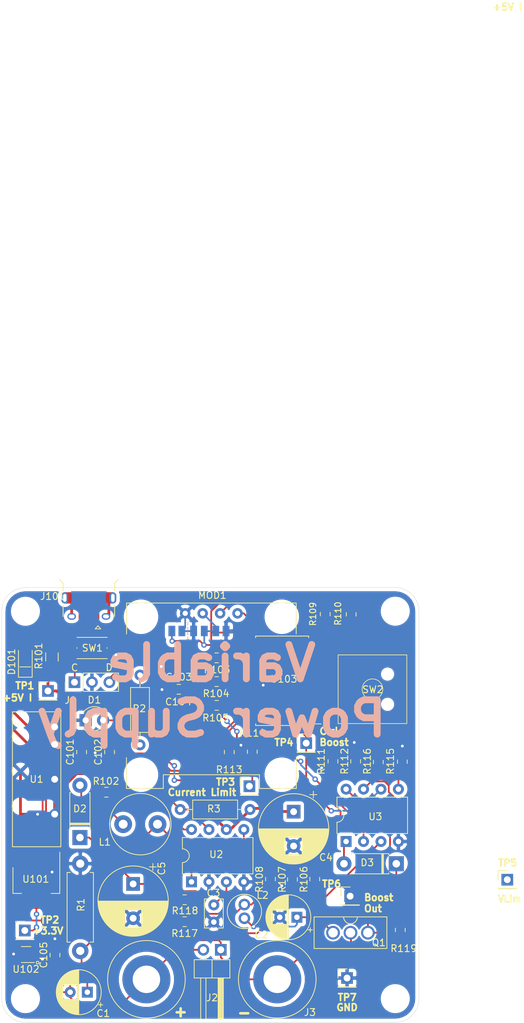
<source format=kicad_pcb>
(kicad_pcb (version 20171130) (host pcbnew "(5.1.2-1)-1")
  (layers (0 F.Cu signal) (31 B.Cu signal) (34 B.Paste user) (35 F.Paste user) (36 B.SilkS user hide) (37 F.SilkS user) (38 B.Mask user) (39 F.Mask user) (44 Edge.Cuts user))
  (net 0 "")
  (net 1 GND)
  (net 2 +5V)
  (net 3 "Net-(C3-Pad1)")
  (net 4 /Boost_out)
  (net 5 /V_negative_out)
  (net 6 +3V3)
  (net 7 /V_curr_lim)
  (net 8 /V_boost_ctrl)
  (net 9 "Net-(D1-Pad2)")
  (net 10 "Net-(D2-Pad2)")
  (net 11 /SWDIO)
  (net 12 /SWCLK)
  (net 13 "Net-(L1-Pad1)")
  (net 14 /V_current_amplified)
  (net 15 "Net-(R103-Pad2)")
  (net 16 /SDA)
  (net 17 /V_lin_ctrl)
  (net 18 /SCK)
  (net 19 /right)
  (net 20 /down)
  (net 21 /left)
  (net 22 /up)
  (net 23 /center)
  (net 24 /V_positive_out)
  (net 25 /Current_limit_divider)
  (net 26 /Voltage_limit_divider)
  (net 27 /USB_GND)
  (net 28 /USB_5V)
  (net 29 "Net-(C5-Pad1)")
  (net 30 "Net-(R102-Pad1)")
  (net 31 "Net-(R104-Pad2)")
  (net 32 "Net-(R105-Pad2)")
  (net 33 "Net-(R106-Pad2)")
  (net 34 "Net-(R111-Pad1)")
  (net 35 "Net-(R117-Pad1)")
  (net 36 "Net-(R119-Pad2)")
  (net 37 "Net-(D3-Pad2)")
  (net 38 "Net-(D3-Pad1)")
  (net 39 "Net-(J101-Pad2)")
  (net 40 "Net-(J101-Pad3)")
  (net 41 "Net-(J101-Pad4)")
  (net 42 "Net-(U103-Pad19)")
  (net 43 "Net-(U103-Pad5)")
  (net 44 "Net-(U103-Pad4)")
  (module powersupply:B0505S-2WR2-Isolator (layer F.Cu) (at 33.9 56.01 270)
    (fp_text reference U1 (at -0.01 0.01 180) (layer F.SilkS))
    (fp_text value B0505S-2WR2)
    (pad 6 thru_hole circle (at 5.08 -2.625 270) (size 1.524 1.524) (drill 1) (layers *.Cu *.Mask) (net 2 +5V))
    (pad 4 thru_hole circle (at 0 -2.625 270) (size 1.524 1.524) (drill 1) (layers *.Cu *.Mask) (net 1 GND))
    (pad 2 thru_hole circle (at -5.08 -2.625 270) (size 1.524 1.524) (drill 1) (layers *.Cu *.Mask) (net 27 /USB_GND))
    (pad 1 thru_hole circle (at -7.62 -2.625 270) (size 1.524 1.524) (drill 1) (layers *.Cu *.Mask) (net 28 /USB_5V))
  )
  (module Connector_PinHeader_2.54mm:PinHeader_1x01_P2.54mm_Vertical (layer F.Cu) (at 79.1 84.95)
    (fp_text reference TP7 (at 0.02 2.82) (layer F.SilkS) (effects (font (thickness 0.25))))
    (fp_text value GND)
    (pad 1 thru_hole rect (at 0 0) (size 1.7 1.7) (drill 1) (layers *.Cu *.Mask) (net 1 GND))
  )
  (module Connector_PinHeader_2.54mm:PinHeader_1x01_P2.54mm_Vertical (layer F.Cu) (at 79.55 73.03)
    (fp_text reference TP6 (at -2.71 -1.78) (layer F.SilkS) (effects (font (thickness 0.25))))
    (fp_text value Boost_out)
    (pad 1 thru_hole rect (at 0 0) (size 1.7 1.7) (drill 1) (layers *.Cu *.Mask) (net 4 /Boost_out))
  )
  (module Connector_PinHeader_2.54mm:PinHeader_1x01_P2.54mm_Vertical (layer F.Cu) (at 102.43 70.63)
    (fp_text reference TP5 (at 0.05 -2.45) (layer F.SilkS) (effects (font (thickness 0.25))))
    (fp_text value Voltage_limit)
    (pad 1 thru_hole rect (at 0 0) (size 1.7 1.7) (drill 1) (layers *.Cu *.Mask) (net 26 /Voltage_limit_divider))
  )
  (module Connector_PinHeader_2.54mm:PinHeader_1x01_P2.54mm_Vertical (layer F.Cu) (at 73.15 50.75)
    (fp_text reference TP4 (at -3.25 -0.1) (layer F.SilkS) (effects (font (thickness 0.25))))
    (fp_text value Boost_c)
    (pad 1 thru_hole rect (at 0 0) (size 1.7 1.7) (drill 1) (layers *.Cu *.Mask) (net 8 /V_boost_ctrl))
  )
  (module Connector_PinHeader_2.54mm:PinHeader_1x01_P2.54mm_Vertical (layer F.Cu) (at 64.88 57.02)
    (fp_text reference TP3 (at -3.47 -0.61) (layer F.SilkS) (effects (font (thickness 0.25))))
    (fp_text value Current_limit)
    (pad 1 thru_hole rect (at 0 0) (size 1.7 1.7) (drill 1) (layers *.Cu *.Mask) (net 25 /Current_limit_divider))
  )
  (module Connector_PinHeader_2.54mm:PinHeader_1x01_P2.54mm_Vertical (layer F.Cu) (at 32.18 78.03)
    (fp_text reference TP2 (at 3.63 -1.54) (layer F.SilkS) (effects (font (thickness 0.25))))
    (fp_text value +3.3)
    (pad 1 thru_hole rect (at 0 0) (size 1.7 1.7) (drill 1) (layers *.Cu *.Mask) (net 6 +3V3))
  )
  (module Connector_PinHeader_2.54mm:PinHeader_1x01_P2.54mm_Vertical (layer F.Cu) (at 35.55 43.15)
    (fp_text reference TP1 (at -3.37 -0.76) (layer F.SilkS) (effects (font (thickness 0.25))))
    (fp_text value +5_isolated)
    (pad 1 thru_hole rect (at 0 0) (size 1.7 1.7) (drill 1) (layers *.Cu *.Mask) (net 2 +5V))
  )
  (module Capacitor_THT:CP_Radial_D6.3mm_P2.50mm (layer F.Cu) (at 41.28 87.01 180)
    (fp_text reference C1 (at -2.32 -3.09) (layer F.SilkS))
    (fp_text value 100uF)
    (pad 2 thru_hole circle (at 2.5 0 180) (size 1.6 1.6) (drill 0.8) (layers *.Cu *.Mask) (net 5 /V_negative_out))
    (pad 1 thru_hole rect (at 0 0 180) (size 1.6 1.6) (drill 0.8) (layers *.Cu *.Mask) (net 24 /V_positive_out))
  )
  (module Resistor_THT:R_Axial_DIN0411_L9.9mm_D3.6mm_P12.70mm_Horizontal (layer F.Cu) (at 40.25 81 90)
    (fp_text reference R1 (at 6.7 0.1 90) (layer F.SilkS))
    (fp_text value 0.1)
    (pad 2 thru_hole oval (at 12.7 0 90) (size 2.4 2.4) (drill 1.2) (layers *.Cu *.Mask) (net 1 GND))
    (pad 1 thru_hole circle (at 0 0 90) (size 2.4 2.4) (drill 1.2) (layers *.Cu *.Mask) (net 5 /V_negative_out))
  )
  (module Diode_SMD:D_SOD-123 (layer F.Cu) (at 32.25 38.9 90)
    (fp_text reference D101 (at 0 -2 90) (layer F.SilkS))
    (fp_text value 6V)
    (pad 2 smd rect (at 1.65 0 90) (size 0.9 1.2) (layers F.Cu F.Paste F.Mask) (net 1 GND))
    (pad 1 smd rect (at -1.65 0 90) (size 0.9 1.2) (layers F.Cu F.Paste F.Mask) (net 2 +5V))
  )
  (module LED_THT:LED_D3.0mm (layer F.Cu) (at 41.04 47.42)
    (fp_text reference D1 (at 1.27 -2.96) (layer F.SilkS))
    (fp_text value "C503B 2.1V")
    (pad 2 thru_hole circle (at 2.54 0) (size 1.8 1.8) (drill 0.9) (layers *.Cu *.Mask) (net 9 "Net-(D1-Pad2)"))
    (pad 1 thru_hole rect (at 0 0) (size 1.8 1.8) (drill 0.9) (layers *.Cu *.Mask) (net 1 GND))
  )
  (module Capacitor_THT:CP_Radial_D10.0mm_P5.00mm (layer F.Cu) (at 47.95 71.25 270)
    (fp_text reference C5 (at -2.25 -4.15 90) (layer F.SilkS))
    (fp_text value 470uF)
    (pad 2 thru_hole circle (at 5 0 270) (size 2 2) (drill 1) (layers *.Cu *.Mask) (net 1 GND))
    (pad 1 thru_hole rect (at 0 0 270) (size 2 2) (drill 1) (layers *.Cu *.Mask) (net 29 "Net-(C5-Pad1)"))
  )
  (module Capacitor_THT:CP_Radial_D10.0mm_P5.00mm (layer F.Cu) (at 71.32 60.73 270)
    (fp_text reference C4 (at 6.65 -4.7 180) (layer F.SilkS))
    (fp_text value 470uF)
    (pad 2 thru_hole circle (at 5 0 270) (size 2 2) (drill 1) (layers *.Cu *.Mask) (net 1 GND))
    (pad 1 thru_hole rect (at 0 0 270) (size 2 2) (drill 1) (layers *.Cu *.Mask) (net 2 +5V))
  )
  (module powersupply:directional_switch_10mm (layer F.Cu) (at 82.8 42.9 270)
    (fp_text reference SW2 (at 0.05 -0.05 180) (layer F.SilkS))
    (fp_text value joystick-K1-1506DN-01)
    (pad "" np_thru_hole circle (at 2.2 -2.2 270) (size 0.9 0.9) (drill 0.9) (layers *.Cu *.Mask))
    (pad "" np_thru_hole circle (at -2.2 -2.2 270) (size 0.9 0.9) (drill 0.9) (layers *.Cu *.Mask))
    (pad 5 smd rect (at 5.9 -0.45 270) (size 1.6 1.3) (layers F.Cu F.Paste F.Mask) (net 19 /right))
    (pad 2 smd rect (at -5.9 -0.45 270) (size 1.6 1.3) (layers F.Cu F.Paste F.Mask) (net 21 /left))
    (pad 6 smd rect (at 5.9 -3.25 270) (size 1.6 1.3) (layers F.Cu F.Paste F.Mask) (net 23 /center))
    (pad 4 smd rect (at 5.9 3.25 270) (size 1.6 1.3) (layers F.Cu F.Paste F.Mask) (net 1 GND))
    (pad 3 smd rect (at -5.9 3.25 270) (size 1.6 1.3) (layers F.Cu F.Paste F.Mask) (net 20 /down))
    (pad 1 smd rect (at -5.9 -3.25 270) (size 1.6 1.3) (layers F.Cu F.Paste F.Mask) (net 22 /up))
  )
  (module powersupply:TFT_OLED_display (layer F.Cu) (at 59.345 43.85)
    (fp_text reference MOD1 (at 0.135 -14.63) (layer F.SilkS))
    (fp_text value TFT_OLED)
    (pad "" np_thru_hole circle (at -10.25 11.5 180) (size 4 4) (drill 4) (layers *.Cu *.Mask))
    (pad "" np_thru_hole circle (at 10.25 11.5 180) (size 4 4) (drill 4) (layers *.Cu *.Mask))
    (pad "" np_thru_hole circle (at -10.25 -11.5) (size 4 4) (drill 4) (layers *.Cu *.Mask))
    (pad "" np_thru_hole circle (at 10.25 -11.5) (size 4 4) (drill 4) (layers *.Cu *.Mask))
    (pad 4 thru_hole circle (at 3.81 -12) (size 1.524 1.524) (drill 0.762) (layers *.Cu *.Mask) (net 16 /SDA))
    (pad 3 thru_hole circle (at 1.27 -12) (size 1.524 1.524) (drill 0.762) (layers *.Cu *.Mask) (net 18 /SCK))
    (pad 2 thru_hole circle (at -1.27 -12) (size 1.524 1.524) (drill 0.762) (layers *.Cu *.Mask) (net 6 +3V3))
    (pad 1 thru_hole circle (at -3.81 -12) (size 1.524 1.524) (drill 0.762) (layers *.Cu *.Mask) (net 1 GND))
  )
  (module MountingHole:MountingHole_3.2mm_M3 (layer F.Cu) (at 32.27 31.55)
    (fp_text reference H4 hide)
    (fp_text value M4)
    (pad 1 np_thru_hole circle (at 0 0) (size 3.2 3.2) (drill 3.2) (layers *.Cu *.Mask))
  )
  (module Resistor_SMD:R_1206_3216Metric (layer F.Cu) (at 36.13 38.2 270)
    (fp_text reference R101 (at -0.14 1.93 90) (layer F.SilkS))
    (fp_text value 150)
    (pad 2 smd roundrect (at 1.4 0 270) (size 1.25 1.75) (layers F.Cu F.Paste F.Mask) (roundrect_rratio 0.2) (net 2 +5V))
    (pad 1 smd roundrect (at -1.4 0 270) (size 1.25 1.75) (layers F.Cu F.Paste F.Mask) (roundrect_rratio 0.2) (net 1 GND))
  )
  (module powersupply:pads (layer B.Cu) (at 58.31 34.42)
    (fp_text reference TP13 hide)
    (fp_text value pin_2_pad_alt hide)
    (pad 1 smd rect (at 0 0) (size 1 1.524) (layers B.Cu B.Paste B.Mask) (net 6 +3V3))
  )
  (module powersupply:pads (layer B.Cu) (at 56.76 34.41)
    (fp_text reference TP12 hide)
    (fp_text value Pad1_default hide)
    (pad 1 smd rect (at 0 0) (size 1 1.524) (layers B.Cu B.Paste B.Mask) (net 1 GND))
  )
  (module Resistor_THT:R_Axial_DIN0207_L6.3mm_D2.5mm_P10.16mm_Horizontal (layer F.Cu) (at 48.95 51 90)
    (fp_text reference R2 (at 5.28 -0.1 180) (layer F.SilkS))
    (fp_text value 580)
    (pad 2 thru_hole oval (at 10.16 0 90) (size 1.6 1.6) (drill 0.8) (layers *.Cu *.Mask) (net 9 "Net-(D1-Pad2)"))
    (pad 1 thru_hole circle (at 0 0 90) (size 1.6 1.6) (drill 0.8) (layers *.Cu *.Mask) (net 2 +5V))
  )
  (module Capacitor_SMD:C_0805_2012Metric (layer F.Cu) (at 36.57 81.6 90)
    (fp_text reference C105 (at 0 -1.65 90) (layer F.SilkS))
    (fp_text value .1uF)
    (pad 2 smd roundrect (at 0.9375 0 90) (size 0.975 1.4) (layers F.Cu F.Paste F.Mask) (net 1 GND))
    (pad 1 smd roundrect (at -0.9375 0 90) (size 0.975 1.4) (layers F.Cu F.Paste F.Mask) (net 6 +3V3))
  )
  (module Package_DIP:DIP-8_W7.62mm (layer F.Cu) (at 78.96 65.07 90)
    (fp_text reference U3 (at 3.62 4.26 180) (layer F.SilkS))
    (fp_text value LM358P)
    (pad 8 thru_hole oval (at 7.62 0 90) (size 1.6 1.6) (drill 0.8) (layers *.Cu *.Mask) (net 4 /Boost_out))
    (pad 4 thru_hole oval (at 0 7.62 90) (size 1.6 1.6) (drill 0.8) (layers *.Cu *.Mask) (net 1 GND))
    (pad 7 thru_hole oval (at 7.62 2.54 90) (size 1.6 1.6) (drill 0.8) (layers *.Cu *.Mask) (net 36 "Net-(R119-Pad2)"))
    (pad 3 thru_hole oval (at 0 5.08 90) (size 1.6 1.6) (drill 0.8) (layers *.Cu *.Mask) (net 35 "Net-(R117-Pad1)"))
    (pad 6 thru_hole oval (at 7.62 5.08 90) (size 1.6 1.6) (drill 0.8) (layers *.Cu *.Mask) (net 17 /V_lin_ctrl))
    (pad 2 thru_hole oval (at 0 2.54 90) (size 1.6 1.6) (drill 0.8) (layers *.Cu *.Mask) (net 25 /Current_limit_divider))
    (pad 5 thru_hole oval (at 7.62 7.62 90) (size 1.6 1.6) (drill 0.8) (layers *.Cu *.Mask) (net 26 /Voltage_limit_divider))
    (pad 1 thru_hole rect (at 0 0 90) (size 1.6 1.6) (drill 0.8) (layers *.Cu *.Mask) (net 37 "Net-(D3-Pad2)"))
  )
  (module Package_TO_SOT_SMD:SOT-363_SC-70-6 (layer F.Cu) (at 32.37 81.53 180)
    (fp_text reference U102 (at 0.02 -2.13) (layer F.SilkS))
    (fp_text value INA199)
    (pad 6 smd rect (at 0.95 -0.65 180) (size 0.65 0.4) (layers F.Cu F.Paste F.Mask) (net 14 /V_current_amplified))
    (pad 4 smd rect (at 0.95 0.65 180) (size 0.65 0.4) (layers F.Cu F.Paste F.Mask) (net 5 /V_negative_out))
    (pad 2 smd rect (at -0.95 0 180) (size 0.65 0.4) (layers F.Cu F.Paste F.Mask) (net 1 GND))
    (pad 5 smd rect (at 0.95 0 180) (size 0.65 0.4) (layers F.Cu F.Paste F.Mask) (net 1 GND))
    (pad 3 smd rect (at -0.95 0.65 180) (size 0.65 0.4) (layers F.Cu F.Paste F.Mask) (net 6 +3V3))
    (pad 1 smd rect (at -0.95 -0.65 180) (size 0.65 0.4) (layers F.Cu F.Paste F.Mask) (net 1 GND))
  )
  (module Package_DIP:DIP-8_W7.62mm (layer F.Cu) (at 56.45 70.95 90)
    (fp_text reference U2 (at 4 3.6 180) (layer F.SilkS))
    (fp_text value MC33063AP1)
    (pad 8 thru_hole oval (at 7.62 0 90) (size 1.6 1.6) (drill 0.8) (layers *.Cu *.Mask) (net 30 "Net-(R102-Pad1)"))
    (pad 4 thru_hole oval (at 0 7.62 90) (size 1.6 1.6) (drill 0.8) (layers *.Cu *.Mask) (net 1 GND))
    (pad 7 thru_hole oval (at 7.62 2.54 90) (size 1.6 1.6) (drill 0.8) (layers *.Cu *.Mask) (net 13 "Net-(L1-Pad1)"))
    (pad 3 thru_hole oval (at 0 5.08 90) (size 1.6 1.6) (drill 0.8) (layers *.Cu *.Mask) (net 3 "Net-(C3-Pad1)"))
    (pad 6 thru_hole oval (at 7.62 5.08 90) (size 1.6 1.6) (drill 0.8) (layers *.Cu *.Mask) (net 2 +5V))
    (pad 2 thru_hole oval (at 0 2.54 90) (size 1.6 1.6) (drill 0.8) (layers *.Cu *.Mask) (net 1 GND))
    (pad 5 thru_hole oval (at 7.62 7.62 90) (size 1.6 1.6) (drill 0.8) (layers *.Cu *.Mask) (net 33 "Net-(R106-Pad2)"))
    (pad 1 thru_hole rect (at 0 0 90) (size 1.6 1.6) (drill 0.8) (layers *.Cu *.Mask) (net 10 "Net-(D2-Pad2)"))
  )
  (module Resistor_SMD:R_0805_2012Metric (layer F.Cu) (at 77.05 53.4 270)
    (fp_text reference R111 (at 0.02 1.725 90) (layer F.SilkS))
    (fp_text value 4.99k)
    (pad 2 smd roundrect (at 0.9375 0 270) (size 0.975 1.4) (layers F.Cu F.Paste F.Mask) (net 1 GND))
    (pad 1 smd roundrect (at -0.9375 0 270) (size 0.975 1.4) (layers F.Cu F.Paste F.Mask) (net 34 "Net-(R111-Pad1)"))
  )
  (module Resistor_SMD:R_0805_2012Metric (layer F.Cu) (at 80.35 53.4 90)
    (fp_text reference R112 (at 0.02 -1.61 90) (layer F.SilkS))
    (fp_text value 18.2k)
    (pad 2 smd roundrect (at 0.9375 0 90) (size 0.975 1.4) (layers F.Cu F.Paste F.Mask) (net 34 "Net-(R111-Pad1)"))
    (pad 1 smd roundrect (at -0.9375 0 90) (size 0.975 1.4) (layers F.Cu F.Paste F.Mask) (net 24 /V_positive_out))
  )
  (module Resistor_SMD:R_0805_2012Metric (layer F.Cu) (at 83.65 53.5 270)
    (fp_text reference R116 (at -0.11 1.61 90) (layer F.SilkS))
    (fp_text value 2.32k)
    (pad 2 smd roundrect (at 0.9375 0 270) (size 0.975 1.4) (layers F.Cu F.Paste F.Mask) (net 26 /Voltage_limit_divider))
    (pad 1 smd roundrect (at -0.9375 0 270) (size 0.975 1.4) (layers F.Cu F.Paste F.Mask) (net 24 /V_positive_out))
  )
  (module Resistor_SMD:R_0805_2012Metric (layer F.Cu) (at 87.15 53.45 90)
    (fp_text reference R115 (at 0.06 -1.74 90) (layer F.SilkS))
    (fp_text value 1k)
    (pad 2 smd roundrect (at 0.9375 0 90) (size 0.975 1.4) (layers F.Cu F.Paste F.Mask) (net 1 GND))
    (pad 1 smd roundrect (at -0.9375 0 90) (size 0.975 1.4) (layers F.Cu F.Paste F.Mask) (net 26 /Voltage_limit_divider))
  )
  (module Resistor_SMD:R_0805_2012Metric (layer F.Cu) (at 86.85 77.95 90)
    (fp_text reference R119 (at -2.7 0.5 180) (layer F.SilkS))
    (fp_text value 3k)
    (pad 2 smd roundrect (at 0.9375 0 90) (size 0.975 1.4) (layers F.Cu F.Paste F.Mask) (net 36 "Net-(R119-Pad2)"))
    (pad 1 smd roundrect (at -0.9375 0 90) (size 0.975 1.4) (layers F.Cu F.Paste F.Mask) (net 38 "Net-(D3-Pad1)"))
  )
  (module Resistor_SMD:R_0805_2012Metric (layer F.Cu) (at 65.3 52 90)
    (fp_text reference R114 (at 2.71 0.04 180) (layer F.SilkS))
    (fp_text value 100)
    (pad 2 smd roundrect (at 0.9375 0 90) (size 0.975 1.4) (layers F.Cu F.Paste F.Mask) (net 1 GND))
    (pad 1 smd roundrect (at -0.9375 0 90) (size 0.975 1.4) (layers F.Cu F.Paste F.Mask) (net 25 /Current_limit_divider))
  )
  (module Resistor_SMD:R_0805_2012Metric (layer F.Cu) (at 61.95 52.05 270)
    (fp_text reference R113 (at 2.56 0.01 180) (layer F.SilkS))
    (fp_text value 15k)
    (pad 2 smd roundrect (at 0.9375 0 270) (size 0.975 1.4) (layers F.Cu F.Paste F.Mask) (net 25 /Current_limit_divider))
    (pad 1 smd roundrect (at -0.9375 0 270) (size 0.975 1.4) (layers F.Cu F.Paste F.Mask) (net 7 /V_curr_lim))
  )
  (module Resistor_SMD:R_0805_2012Metric (layer F.Cu) (at 55.45 76.75 180)
    (fp_text reference R117 (at 0 -1.7) (layer F.SilkS))
    (fp_text value 100)
    (pad 2 smd roundrect (at 0.9375 0 180) (size 0.975 1.4) (layers F.Cu F.Paste F.Mask) (net 5 /V_negative_out))
    (pad 1 smd roundrect (at -0.9375 0 180) (size 0.975 1.4) (layers F.Cu F.Paste F.Mask) (net 35 "Net-(R117-Pad1)"))
  )
  (module Resistor_SMD:R_0805_2012Metric (layer F.Cu) (at 55.45 73.55)
    (fp_text reference R118 (at 0.05 1.6) (layer F.SilkS))
    (fp_text value 130k)
    (pad 2 smd roundrect (at 0.9375 0) (size 0.975 1.4) (layers F.Cu F.Paste F.Mask) (net 35 "Net-(R117-Pad1)"))
    (pad 1 smd roundrect (at -0.9375 0) (size 0.975 1.4) (layers F.Cu F.Paste F.Mask) (net 6 +3V3))
  )
  (module Resistor_SMD:R_0805_2012Metric (layer F.Cu) (at 67.95 70.55 270)
    (fp_text reference R108 (at 0.03 1.62 90) (layer F.SilkS))
    (fp_text value 5.5k)
    (pad 2 smd roundrect (at 0.9375 0 270) (size 0.975 1.4) (layers F.Cu F.Paste F.Mask) (net 29 "Net-(C5-Pad1)"))
    (pad 1 smd roundrect (at -0.9375 0 270) (size 0.975 1.4) (layers F.Cu F.Paste F.Mask) (net 33 "Net-(R106-Pad2)"))
  )
  (module Resistor_SMD:R_0805_2012Metric (layer F.Cu) (at 71.15 70.6 270)
    (fp_text reference R107 (at 0.01 1.5 90) (layer F.SilkS))
    (fp_text value 3.6k)
    (pad 2 smd roundrect (at 0.9375 0 270) (size 0.975 1.4) (layers F.Cu F.Paste F.Mask) (net 1 GND))
    (pad 1 smd roundrect (at -0.9375 0 270) (size 0.975 1.4) (layers F.Cu F.Paste F.Mask) (net 33 "Net-(R106-Pad2)"))
  )
  (module Resistor_SMD:R_0805_2012Metric (layer F.Cu) (at 74.4 70.55 270)
    (fp_text reference R106 (at 0.03 1.59 90) (layer F.SilkS))
    (fp_text value 3.17k)
    (pad 2 smd roundrect (at 0.9375 0 270) (size 0.975 1.4) (layers F.Cu F.Paste F.Mask) (net 33 "Net-(R106-Pad2)"))
    (pad 1 smd roundrect (at -0.9375 0 270) (size 0.975 1.4) (layers F.Cu F.Paste F.Mask) (net 8 /V_boost_ctrl))
  )
  (module Resistor_SMD:R_0805_2012Metric (layer F.Cu) (at 44.05 57.9 180)
    (fp_text reference R102 (at 0.05 1.61) (layer F.SilkS))
    (fp_text value 180)
    (pad 2 smd roundrect (at 0.9375 0 180) (size 0.975 1.4) (layers F.Cu F.Paste F.Mask) (net 13 "Net-(L1-Pad1)"))
    (pad 1 smd roundrect (at -0.9375 0 180) (size 0.975 1.4) (layers F.Cu F.Paste F.Mask) (net 30 "Net-(R102-Pad1)"))
  )
  (module powersupply:11R102C_Inductor (layer F.Cu) (at 64.15 75.25 270)
    (fp_text reference L2 (at -2.35 -2.65 180) (layer F.SilkS))
    (fp_text value 1uH)
    (pad 2 thru_hole circle (at 1 0 270) (size 1.7 1.7) (drill 1) (layers *.Cu *.Mask) (net 4 /Boost_out))
    (pad 1 thru_hole circle (at -1 0 270) (size 1.7 1.7) (drill 1) (layers *.Cu *.Mask) (net 29 "Net-(C5-Pad1)"))
  )
  (module Connector_PinHeader_2.54mm:PinHeader_1x02_P2.54mm_Horizontal (layer F.Cu) (at 60.71 80.84 270)
    (fp_text reference J2 (at 6.98 1.26 180) (layer F.SilkS))
    (fp_text value 1x2)
    (pad 2 thru_hole oval (at 0 2.54 270) (size 1.7 1.7) (drill 1) (layers *.Cu *.Mask) (net 5 /V_negative_out))
    (pad 1 thru_hole rect (at 0 0 270) (size 1.7 1.7) (drill 1) (layers *.Cu *.Mask) (net 24 /V_positive_out))
  )
  (module Capacitor_THT:CP_Radial_D6.3mm_P2.50mm (layer F.Cu) (at 71.8 76.1 180)
    (fp_text reference C2 (at 5.18 -2.56) (layer F.SilkS))
    (fp_text value 100uF)
    (pad 2 thru_hole circle (at 2.5 0 180) (size 1.6 1.6) (drill 0.8) (layers *.Cu *.Mask) (net 1 GND))
    (pad 1 thru_hole rect (at 0 0 180) (size 1.6 1.6) (drill 0.8) (layers *.Cu *.Mask) (net 4 /Boost_out))
  )
  (module Button_Switch_SMD:SW_Push_1P1T_NO_CK_KMR2 (layer F.Cu) (at 41.97 36.9 180)
    (fp_text reference SW1 (at -0.05 0) (layer F.SilkS))
    (fp_text value KMR2)
    (pad 2 smd rect (at 2.05 0.8 270) (size 0.9 1) (layers F.Cu F.Paste F.Mask) (net 15 "Net-(R103-Pad2)"))
    (pad 1 smd rect (at 2.05 -0.8 270) (size 0.9 1) (layers F.Cu F.Paste F.Mask) (net 1 GND))
    (pad 2 smd rect (at -2.05 0.8 270) (size 0.9 1) (layers F.Cu F.Paste F.Mask) (net 15 "Net-(R103-Pad2)"))
    (pad 1 smd rect (at -2.05 -0.8 270) (size 0.9 1) (layers F.Cu F.Paste F.Mask) (net 1 GND))
  )
  (module powersupply:pads (layer B.Cu) (at 61.48 34.43)
    (fp_text reference TP11 hide)
    (fp_text value pin_2_alt hide)
    (pad 1 smd rect (at 0 0) (size 1 1.524) (layers B.Cu B.Paste B.Mask) (net 1 GND))
  )
  (module powersupply:pads (layer B.Cu) (at 59.99 34.42)
    (fp_text reference TP10 hide)
    (fp_text value pad_2 hide)
    (pad 1 smd rect (at 0 0) (size 1 1.524) (layers B.Cu B.Paste B.Mask) (net 6 +3V3))
  )
  (module powersupply:pads (layer B.Cu) (at 55.05 34.42)
    (fp_text reference TP9 hide)
    (fp_text value pad_1 hide)
    (pad 1 smd rect (at 0 0) (size 1 1.524) (layers B.Cu B.Paste B.Mask) (net 1 GND))
  )
  (module powersupply:pads (layer B.Cu) (at 53.59 34.42)
    (fp_text reference TP8 hide)
    (fp_text value pin_1_alt hide)
    (pad 1 smd rect (at 0 0) (size 1 1.524) (layers B.Cu B.Paste B.Mask) (net 6 +3V3))
  )
  (module Inductor_THT:L_Radial_D8.7mm_P5.00mm_Fastron_07HCP (layer F.Cu) (at 46.5 62.55)
    (fp_text reference L1 (at -2.68 2.6) (layer F.SilkS))
    (fp_text value 47uH)
    (pad 2 thru_hole circle (at 5 0) (size 2.6 2.6) (drill 1.3) (layers *.Cu *.Mask) (net 10 "Net-(D2-Pad2)"))
    (pad 1 thru_hole circle (at 0 0) (size 2.6 2.6) (drill 1.3) (layers *.Cu *.Mask) (net 13 "Net-(L1-Pad1)"))
  )
  (module MountingHole:MountingHole_3.2mm_M3 (layer F.Cu) (at 86.12 87.95)
    (fp_text reference H3 hide)
    (fp_text value M4)
    (pad 1 np_thru_hole circle (at 0 0) (size 3.2 3.2) (drill 3.2) (layers *.Cu *.Mask))
  )
  (module MountingHole:MountingHole_3.2mm_M3 (layer F.Cu) (at 86.12 31.54)
    (fp_text reference H2 hide)
    (fp_text value M4)
    (pad 1 np_thru_hole circle (at 0 0) (size 3.2 3.2) (drill 3.2) (layers *.Cu *.Mask))
  )
  (module MountingHole:MountingHole_3.2mm_M3 (layer F.Cu) (at 32.27 87.95)
    (fp_text reference H1 hide)
    (fp_text value M4)
    (pad 1 np_thru_hole circle (at 0 0) (size 3.2 3.2) (drill 3.2) (layers *.Cu *.Mask))
  )
  (module "powersupply:Banana Sockets" (layer F.Cu) (at 59.41 85.14)
    (fp_text reference J3 (at 14.29 4.81) (layer F.SilkS))
    (fp_text value 1x2)
    (pad 2 thru_hole circle (at -9.525 0) (size 7 7) (drill 4) (layers *.Cu *.Mask) (net 5 /V_negative_out))
    (pad 1 thru_hole circle (at 9.525 0) (size 7 7) (drill 4) (layers *.Cu *.Mask) (net 24 /V_positive_out))
  )
  (module Package_SO:SOIC-20W_7.5x12.8mm_P1.27mm (layer F.Cu) (at 69.65 41.67 180)
    (fp_text reference U103 (at -0.25 0.25) (layer F.SilkS))
    (fp_text value ATSAMD10D13A-SS)
    (pad 20 smd roundrect (at 4.65 -5.715 180) (size 2.05 0.6) (layers F.Cu F.Paste F.Mask) (net 14 /V_current_amplified))
    (pad 19 smd roundrect (at 4.65 -4.445 180) (size 2.05 0.6) (layers F.Cu F.Paste F.Mask) (net 42 "Net-(U103-Pad19)"))
    (pad 18 smd roundrect (at 4.65 -3.175 180) (size 2.05 0.6) (layers F.Cu F.Paste F.Mask) (net 8 /V_boost_ctrl))
    (pad 17 smd roundrect (at 4.65 -1.905 180) (size 2.05 0.6) (layers F.Cu F.Paste F.Mask) (net 6 +3V3))
    (pad 16 smd roundrect (at 4.65 -0.635 180) (size 2.05 0.6) (layers F.Cu F.Paste F.Mask) (net 1 GND))
    (pad 15 smd roundrect (at 4.65 0.635 180) (size 2.05 0.6) (layers F.Cu F.Paste F.Mask) (net 32 "Net-(R105-Pad2)"))
    (pad 14 smd roundrect (at 4.65 1.905 180) (size 2.05 0.6) (layers F.Cu F.Paste F.Mask) (net 31 "Net-(R104-Pad2)"))
    (pad 13 smd roundrect (at 4.65 3.175 180) (size 2.05 0.6) (layers F.Cu F.Paste F.Mask) (net 11 /SWDIO))
    (pad 12 smd roundrect (at 4.65 4.445 180) (size 2.05 0.6) (layers F.Cu F.Paste F.Mask) (net 12 /SWCLK))
    (pad 11 smd roundrect (at 4.65 5.715 180) (size 2.05 0.6) (layers F.Cu F.Paste F.Mask) (net 15 "Net-(R103-Pad2)"))
    (pad 10 smd roundrect (at -4.65 5.715 180) (size 2.05 0.6) (layers F.Cu F.Paste F.Mask) (net 18 /SCK))
    (pad 9 smd roundrect (at -4.65 4.445 180) (size 2.05 0.6) (layers F.Cu F.Paste F.Mask) (net 16 /SDA))
    (pad 8 smd roundrect (at -4.65 3.175 180) (size 2.05 0.6) (layers F.Cu F.Paste F.Mask) (net 34 "Net-(R111-Pad1)"))
    (pad 7 smd roundrect (at -4.65 1.905 180) (size 2.05 0.6) (layers F.Cu F.Paste F.Mask) (net 22 /up))
    (pad 6 smd roundrect (at -4.65 0.635 180) (size 2.05 0.6) (layers F.Cu F.Paste F.Mask) (net 20 /down))
    (pad 5 smd roundrect (at -4.65 -0.635 180) (size 2.05 0.6) (layers F.Cu F.Paste F.Mask) (net 43 "Net-(U103-Pad5)"))
    (pad 4 smd roundrect (at -4.65 -1.905 180) (size 2.05 0.6) (layers F.Cu F.Paste F.Mask) (net 44 "Net-(U103-Pad4)"))
    (pad 3 smd roundrect (at -4.65 -3.175 180) (size 2.05 0.6) (layers F.Cu F.Paste F.Mask) (net 21 /left))
    (pad 2 smd roundrect (at -4.65 -4.445 180) (size 2.05 0.6) (layers F.Cu F.Paste F.Mask) (net 23 /center))
    (pad 1 smd roundrect (at -4.65 -5.715 180) (size 2.05 0.6) (layers F.Cu F.Paste F.Mask) (net 19 /right))
  )
  (module Package_TO_SOT_SMD:SOT-223-3_TabPin2 (layer F.Cu) (at 33.86 70.72 270)
    (fp_text reference U101 (at -0.17 0.09 180) (layer F.SilkS))
    (fp_text value AZ1117E-3.3)
    (pad 1 smd rect (at -3.15 -2.3 270) (size 2 1.5) (layers F.Cu F.Paste F.Mask) (net 1 GND))
    (pad 3 smd rect (at -3.15 2.3 270) (size 2 1.5) (layers F.Cu F.Paste F.Mask) (net 2 +5V))
    (pad 2 smd rect (at -3.15 0 270) (size 2 1.5) (layers F.Cu F.Paste F.Mask) (net 6 +3V3))
    (pad 2 smd rect (at 3.15 0 270) (size 2 3.8) (layers F.Cu F.Paste F.Mask) (net 6 +3V3))
  )
  (module Resistor_SMD:R_0805_2012Metric (layer F.Cu) (at 75.92 31.97 270)
    (fp_text reference R109 (at -0.02 1.79 90) (layer F.SilkS) (effects (font (size 0.9 0.9))))
    (fp_text value 4.99k)
    (pad 2 smd roundrect (at 0.9375 0 270) (size 0.975 1.4) (layers F.Cu F.Paste F.Mask) (net 18 /SCK))
    (pad 1 smd roundrect (at -0.9375 0 270) (size 0.975 1.4) (layers F.Cu F.Paste F.Mask) (net 6 +3V3))
  )
  (module Resistor_SMD:R_0805_2012Metric (layer F.Cu) (at 79.7 32 270)
    (fp_text reference R110 (at -0.12 1.92 90) (layer F.SilkS) (effects (font (size 0.9 0.9))))
    (fp_text value 4.99k)
    (pad 2 smd roundrect (at 0.9375 0 270) (size 0.975 1.4) (layers F.Cu F.Paste F.Mask) (net 16 /SDA))
    (pad 1 smd roundrect (at -0.9375 0 270) (size 0.975 1.4) (layers F.Cu F.Paste F.Mask) (net 6 +3V3))
  )
  (module Resistor_SMD:R_0805_2012Metric (layer F.Cu) (at 60.112 41.7868)
    (fp_text reference R104 (at -0.082 1.7432) (layer F.SilkS))
    (fp_text value 1k)
    (pad 2 smd roundrect (at 0.9375 0) (size 0.975 1.4) (layers F.Cu F.Paste F.Mask) (net 31 "Net-(R104-Pad2)"))
    (pad 1 smd roundrect (at -0.9375 0) (size 0.975 1.4) (layers F.Cu F.Paste F.Mask) (net 17 /V_lin_ctrl))
  )
  (module Resistor_SMD:R_0805_2012Metric (layer F.Cu) (at 60.12 45.25)
    (fp_text reference R105 (at -0.1604 1.82) (layer F.SilkS))
    (fp_text value 1k)
    (pad 2 smd roundrect (at 0.9375 0) (size 0.975 1.4) (layers F.Cu F.Paste F.Mask) (net 32 "Net-(R105-Pad2)"))
    (pad 1 smd roundrect (at -0.9375 0) (size 0.975 1.4) (layers F.Cu F.Paste F.Mask) (net 7 /V_curr_lim))
  )
  (module Resistor_SMD:R_0805_2012Metric (layer F.Cu) (at 60.112 38.3324)
    (fp_text reference R103 (at 0.0508 1.7272) (layer F.SilkS))
    (fp_text value 4.99k)
    (pad 2 smd roundrect (at 0.9375 0) (size 0.975 1.4) (layers F.Cu F.Paste F.Mask) (net 15 "Net-(R103-Pad2)"))
    (pad 1 smd roundrect (at -0.9375 0) (size 0.975 1.4) (layers F.Cu F.Paste F.Mask) (net 6 +3V3))
  )
  (module Resistor_THT:R_Axial_DIN0207_L6.3mm_D2.5mm_P10.16mm_Horizontal (layer F.Cu) (at 54.81 60.41)
    (fp_text reference R3 (at 4.9 -0.1) (layer F.SilkS))
    (fp_text value "0.3 1/4W")
    (pad 2 thru_hole oval (at 10.16 0) (size 1.6 1.6) (drill 0.8) (layers *.Cu *.Mask) (net 2 +5V))
    (pad 1 thru_hole circle (at 0 0) (size 1.6 1.6) (drill 0.8) (layers *.Cu *.Mask) (net 13 "Net-(L1-Pad1)"))
  )
  (module powersupply:IRF9540N-PMOS (layer F.Cu) (at 79.6 78.35 180)
    (fp_text reference Q1 (at -4.12 -1.45) (layer F.SilkS))
    (fp_text value Q_PMOS_GDS)
    (pad 1 thru_hole circle (at -2.54 0 180) (size 2 2) (drill 1.4) (layers *.Cu *.Mask) (net 38 "Net-(D3-Pad1)"))
    (pad 2 thru_hole circle (at 0 0 180) (size 2 2) (drill 1.4) (layers *.Cu *.Mask) (net 24 /V_positive_out))
    (pad 3 thru_hole circle (at 2.54 0 180) (size 2 2) (drill 1.4) (layers *.Cu *.Mask) (net 4 /Boost_out))
  )
  (module powersupply:USB_Micro-B_Amphenol_10118194-0001LF_Horizontal (layer F.Cu) (at 41.5 29.6 180)
    (fp_text reference J101 (at 5.275 0.225) (layer F.SilkS))
    (fp_text value USB_B_Micro)
    (pad 6 smd rect (at 2.9 0 180) (size 1.2 1.65) (layers F.Cu F.Paste F.Mask) (net 27 /USB_GND))
    (pad 6 smd rect (at -2.9 0 180) (size 1.2 1.65) (layers F.Cu F.Paste F.Mask) (net 27 /USB_GND))
    (pad 1 smd rect (at -1.325 -2.7 270) (size 1.65 0.4) (layers F.Cu F.Paste F.Mask) (net 28 /USB_5V))
    (pad 2 smd rect (at -0.675 -2.7 270) (size 1.65 0.4) (layers F.Cu F.Paste F.Mask) (net 39 "Net-(J101-Pad2)"))
    (pad 3 smd rect (at -0.025 -2.7 270) (size 1.65 0.4) (layers F.Cu F.Paste F.Mask) (net 40 "Net-(J101-Pad3)"))
    (pad 4 smd rect (at 0.625 -2.7 270) (size 1.65 0.4) (layers F.Cu F.Paste F.Mask) (net 41 "Net-(J101-Pad4)"))
    (pad 5 smd rect (at 1.275 -2.7 270) (size 1.65 0.4) (layers F.Cu F.Paste F.Mask) (net 27 /USB_GND))
    (pad 6 thru_hole oval (at 2.5 -2.7 180) (size 1.25 0.95) (drill oval 0.85 0.55) (layers *.Cu *.Mask) (net 27 /USB_GND))
    (pad 6 thru_hole oval (at -3.5 0 180) (size 1 1.65) (drill oval 0.5 1.15) (layers *.Cu *.Mask) (net 27 /USB_GND))
    (pad 6 thru_hole oval (at 3.5 0 180) (size 1 1.65) (drill oval 0.5 1.16) (layers *.Cu *.Mask) (net 27 /USB_GND))
    (pad 6 smd rect (at -1 0 180) (size 1.5 1.65) (layers F.Cu F.Paste F.Mask) (net 27 /USB_GND))
    (pad 6 smd rect (at 1 0 180) (size 1.5 1.65) (layers F.Cu F.Paste F.Mask) (net 27 /USB_GND))
    (pad 6 thru_hole oval (at -2.5 -2.7 180) (size 1.25 0.95) (drill oval 0.85 0.55) (layers *.Cu *.Mask) (net 27 /USB_GND))
  )
  (module Connector_PinHeader_2.54mm:PinHeader_1x03_P2.54mm_Vertical (layer F.Cu) (at 39.41 41.88 90)
    (fp_text reference J1 (at -2.62 -0.56 180) (layer F.SilkS))
    (fp_text value Conn_01x03)
    (pad 3 thru_hole oval (at 0 5.08 90) (size 1.7 1.7) (drill 1) (layers *.Cu *.Mask) (net 11 /SWDIO))
    (pad 2 thru_hole oval (at 0 2.54 90) (size 1.7 1.7) (drill 1) (layers *.Cu *.Mask) (net 1 GND))
    (pad 1 thru_hole rect (at 0 0 90) (size 1.7 1.7) (drill 1) (layers *.Cu *.Mask) (net 12 /SWCLK))
  )
  (module Diode_THT:D_DO-41_SOD81_P7.62mm_Horizontal (layer F.Cu) (at 86.27 68.31 180)
    (fp_text reference D3 (at 4.23 0.16) (layer F.SilkS))
    (fp_text value 1N5819)
    (pad 2 thru_hole oval (at 7.62 0 180) (size 2.2 2.2) (drill 1.1) (layers *.Cu *.Mask) (net 37 "Net-(D3-Pad2)"))
    (pad 1 thru_hole rect (at 0 0 180) (size 2.2 2.2) (drill 1.1) (layers *.Cu *.Mask) (net 38 "Net-(D3-Pad1)"))
  )
  (module Diode_THT:D_DO-41_SOD81_P7.62mm_Horizontal (layer F.Cu) (at 40.2 64.5 90)
    (fp_text reference D2 (at 4.2 0) (layer F.SilkS))
    (fp_text value 1N5819)
    (pad 2 thru_hole oval (at 7.62 0 90) (size 2.2 2.2) (drill 1.1) (layers *.Cu *.Mask) (net 10 "Net-(D2-Pad2)"))
    (pad 1 thru_hole rect (at 0 0 90) (size 2.2 2.2) (drill 1.1) (layers *.Cu *.Mask) (net 29 "Net-(C5-Pad1)"))
  )
  (module Capacitor_SMD:C_0805_2012Metric (layer F.Cu) (at 54.61 39.47 180)
    (fp_text reference C103 (at 0 -1.65) (layer F.SilkS))
    (fp_text value 15uF)
    (pad 2 smd roundrect (at 0.9375 0 180) (size 0.975 1.4) (layers F.Cu F.Paste F.Mask) (net 1 GND))
    (pad 1 smd roundrect (at -0.9375 0 180) (size 0.975 1.4) (layers F.Cu F.Paste F.Mask) (net 17 /V_lin_ctrl))
  )
  (module Capacitor_SMD:C_0805_2012Metric (layer F.Cu) (at 54.6 42.91 180)
    (fp_text reference C104 (at 0.0542 -1.82) (layer F.SilkS))
    (fp_text value 15uF)
    (pad 2 smd roundrect (at 0.9375 0 180) (size 0.975 1.4) (layers F.Cu F.Paste F.Mask) (net 1 GND))
    (pad 1 smd roundrect (at -0.9375 0 180) (size 0.975 1.4) (layers F.Cu F.Paste F.Mask) (net 7 /V_curr_lim))
  )
  (module Capacitor_SMD:C_0805_2012Metric (layer F.Cu) (at 44.52 52.05 90)
    (fp_text reference C102 (at 0 -1.65 90) (layer F.SilkS))
    (fp_text value 1uF)
    (pad 2 smd roundrect (at 0.9375 0 90) (size 0.975 1.4) (layers F.Cu F.Paste F.Mask) (net 1 GND))
    (pad 1 smd roundrect (at -0.9375 0 90) (size 0.975 1.4) (layers F.Cu F.Paste F.Mask) (net 6 +3V3))
  )
  (module Capacitor_SMD:C_0805_2012Metric (layer F.Cu) (at 40.45 52.05 270)
    (fp_text reference C101 (at -0.01 1.675 90) (layer F.SilkS))
    (fp_text value 1uF)
    (pad 2 smd roundrect (at 0.9375 0 270) (size 0.975 1.4) (layers F.Cu F.Paste F.Mask) (net 1 GND))
    (pad 1 smd roundrect (at -0.9375 0 270) (size 0.975 1.4) (layers F.Cu F.Paste F.Mask) (net 2 +5V))
  )
  (module Capacitor_THT:C_Rect_L4.0mm_W2.5mm_P2.50mm (layer F.Cu) (at 59.7 74.3 270)
    (fp_text reference C3 (at -1.73 0.05 180) (layer F.SilkS))
    (fp_text value 270pF)
    (pad 2 thru_hole circle (at 2.5 0 270) (size 1.6 1.6) (drill 0.8) (layers *.Cu *.Mask) (net 1 GND))
    (pad 1 thru_hole circle (at 0 0 270) (size 1.6 1.6) (drill 0.8) (layers *.Cu *.Mask) (net 3 "Net-(C3-Pad1)"))
  )
  (gr_line (start 31.45 39.65) (end 33.04 39.65) (layer F.SilkS) (width 0.12))
  (gr_text - (at 64.13 89.98) (layer F.SilkS) (effects (font (size 1.5 1.5) (thickness 0.375))))
  (gr_text + (at 54.87 89.84) (layer F.SilkS) (effects (font (size 1.5 1.5) (thickness 0.375))))
  (gr_circle (center 34.04 82.71) (end 34 82.52) (layer F.SilkS) (width 0.12))
  (gr_arc (start 86.12 31.55) (end 89.57 31.55) (angle -90) (layer Edge.Cuts) (width 0.05))
  (gr_arc (start 32.27 87.95) (end 28.82 87.95) (angle -89.66785427) (layer Edge.Cuts) (width 0.05))
  (gr_circle (center 72.42 47.29) (end 72.42 46.97) (layer F.SilkS) (width 0.12))
  (gr_text D (at 44.45 39.74) (layer F.SilkS) (effects (font (size 1 1))))
  (gr_text C (at 39.42 39.76) (layer F.SilkS) (effects (font (size 1 1))))
  (gr_line (start 59.15 34.58) (end 59.15 35) (layer B.SilkS) (width 0.12))
  (gr_line (start 59.15 35.3) (end 59.15 35.72) (layer B.SilkS) (width 0.12))
  (gr_line (start 59.15 33.15) (end 59.15 33.57) (layer B.SilkS) (width 0.12))
  (gr_line (start 59.15 33.88) (end 59.15 34.3) (layer B.SilkS) (width 0.12))
  (gr_line (start 55.91 35.29) (end 55.91 35.71) (layer B.SilkS) (width 0.12))
  (gr_line (start 55.91 34.57) (end 55.91 34.99) (layer B.SilkS) (width 0.12))
  (gr_line (start 55.91 33.87) (end 55.91 34.29) (layer B.SilkS) (width 0.12))
  (gr_line (start 55.91 33.14) (end 55.91 33.56) (layer B.SilkS) (width 0.12))
  (gr_text "Variable\nPower Supply" (at 59.32 43.15) (layer B.SilkS) (effects (font (size 5 5) (thickness 1)) (justify mirror)))
  (gr_arc (start 32.27 31.55) (end 32.27 28.1) (angle -90) (layer Edge.Cuts) (width 0.05))
  (gr_arc (start 86.12 87.95) (end 86.12 91.4) (angle -90) (layer Edge.Cuts) (width 0.05))
  (gr_text "+5V I\n" (at 33.4 44.15) (layer F.SilkS) (effects (font (size 1 1) (thickness 0.25)) (justify right)))
  (gr_line (start 32.27 28.1) (end 86.12 28.1) (layer Edge.Cuts) (width 0.05))
  (gr_line (start 28.82 31.55) (end 28.82 87.95) (layer Edge.Cuts) (width 0.05))
  (gr_line (start 89.57 31.55) (end 89.57 87.95) (layer Edge.Cuts) (width 0.05))
  (gr_line (start 86.12 91.4) (end 32.25 91.4) (layer Edge.Cuts) (width 0.05))
  (gr_text "+5V I" (at 102.47 -56.43) (layer F.SilkS) (effects (font (size 1 1) (thickness 0.25))))
  (gr_text "Ctrl\nBoost" (at 74.95 49.82) (layer F.SilkS) (effects (font (size 1 1) (thickness 0.25)) (justify left)))
  (gr_text "Current Limit" (at 57.97 57.91) (layer F.SilkS) (effects (font (size 1 1) (thickness 0.25))))
  (gr_text +3.3V (at 35.52 78.08) (layer F.SilkS) (effects (font (size 1 1) (thickness 0.25))))
  (gr_text VLim (at 100.96 73.42) (layer F.SilkS) (effects (font (size 0.95 0.95) (thickness 0.2375)) (justify left)))
  (gr_text "Boost \nOut" (at 81.45 74.03) (layer F.SilkS) (effects (font (size 1 1) (thickness 0.25)) (justify left)))
  (gr_text GND (at 79.11 89.23) (layer F.SilkS) (effects (font (size 1 1) (thickness 0.25))))
  (segment (start 35.9075 37.2225) (end 35.97 37.16) (width 0.25) (layer F.Cu) (net 1))
  (segment (start 35.97 37.16) (end 35.97 37.085) (width 0.25) (layer F.Cu) (net 1))
  (segment (start 39.92 37.7) (end 44.02 37.7) (width 0.25) (layer F.Cu) (net 1))
  (via (at 42.42 52.15) (size 0.8) (drill 0.4) (layers F.Cu B.Cu) (net 1))
  (segment (start 43.4575 51.1125) (end 42.42 52.15) (width 0.25) (layer F.Cu) (net 1))
  (segment (start 44.52 51.1125) (end 43.4575 51.1125) (width 0.25) (layer F.Cu) (net 1))
  (segment (start 53.6725 42.9) (end 53.6625 42.91) (width 0.25) (layer F.Cu) (net 1))
  (segment (start 35.97 37.16) (end 36.79 37.16) (width 0.25) (layer F.Cu) (net 1))
  (via (at 45.445 37.87501) (size 0.8) (drill 0.4) (layers F.Cu B.Cu) (net 1))
  (segment (start 45.26999 37.7) (end 45.445 37.87501) (width 0.25) (layer F.Cu) (net 1))
  (segment (start 44.02 37.7) (end 45.26999 37.7) (width 0.25) (layer F.Cu) (net 1))
  (segment (start 64.3 42.245) (end 64.455 42.4) (width 0.25) (layer F.Cu) (net 1))
  (via (at 36.15 69.52) (size 0.8) (drill 0.4) (layers F.Cu B.Cu) (net 1))
  (segment (start 36.16 67.57) (end 36.16 69.51) (width 0.25) (layer F.Cu) (net 1))
  (segment (start 54.885 34.24) (end 55.09 34.445) (width 0.25) (layer B.Cu) (net 1))
  (segment (start 55.535 31.85) (end 55.535 32.095) (width 0.25) (layer B.Cu) (net 1))
  (segment (start 56.57 34.44) (end 55.14 34.44) (width 0.25) (layer B.Cu) (net 1))
  (segment (start 55.535 33.935) (end 55.05 34.42) (width 0.25) (layer B.Cu) (net 1))
  (segment (start 55.535 31.85) (end 55.535 33.935) (width 0.25) (layer B.Cu) (net 1))
  (via (at 66.89 42.31) (size 0.8) (drill 0.4) (layers F.Cu B.Cu) (net 1))
  (segment (start 66.885 42.305) (end 66.89 42.31) (width 0.25) (layer F.Cu) (net 1))
  (segment (start 65 42.305) (end 66.885 42.305) (width 0.25) (layer F.Cu) (net 1))
  (via (at 52.04 39.59) (size 0.8) (drill 0.4) (layers F.Cu B.Cu) (net 1))
  (segment (start 52.16 39.47) (end 52.04 39.59) (width 0.25) (layer F.Cu) (net 1))
  (segment (start 53.6725 39.47) (end 52.16 39.47) (width 0.25) (layer F.Cu) (net 1))
  (via (at 52.15 42.95) (size 0.8) (drill 0.4) (layers F.Cu B.Cu) (net 1))
  (segment (start 52.19 42.91) (end 52.15 42.95) (width 0.25) (layer F.Cu) (net 1))
  (segment (start 53.6625 42.91) (end 52.19 42.91) (width 0.25) (layer F.Cu) (net 1))
  (segment (start 33.32 81.53) (end 33.32 82.18) (width 0.25) (layer F.Cu) (net 1))
  (via (at 36.56 79.23) (size 0.8) (drill 0.4) (layers F.Cu B.Cu) (net 1))
  (segment (start 36.57 79.24) (end 36.56 79.23) (width 0.25) (layer F.Cu) (net 1))
  (segment (start 36.57 80.6625) (end 36.57 79.24) (width 0.25) (layer F.Cu) (net 1))
  (via (at 34.77 82.19) (size 0.8) (drill 0.4) (layers F.Cu B.Cu) (net 1))
  (segment (start 34.76 82.18) (end 34.77 82.19) (width 0.25) (layer F.Cu) (net 1))
  (segment (start 33.32 82.18) (end 34.76 82.18) (width 0.25) (layer F.Cu) (net 1))
  (segment (start 30.62 81.53) (end 30.545 81.455) (width 0.25) (layer F.Cu) (net 1))
  (segment (start 31.42 81.53) (end 30.62 81.53) (width 0.25) (layer F.Cu) (net 1))
  (via (at 30.54501 81.454835) (size 0.8) (drill 0.4) (layers F.Cu B.Cu) (net 1))
  (segment (start 36.25 37.13) (end 36.57 36.81) (width 0.25) (layer F.Cu) (net 1))
  (segment (start 38.62 37.7) (end 39.92 37.7) (width 0.25) (layer F.Cu) (net 1))
  (segment (start 37.72 36.8) (end 38.62 37.7) (width 0.25) (layer F.Cu) (net 1))
  (segment (start 36.13 36.8) (end 37.72 36.8) (width 0.25) (layer F.Cu) (net 1))
  (via (at 80.15 50.65) (size 0.8) (drill 0.4) (layers F.Cu B.Cu) (net 1))
  (segment (start 79.55 50.05) (end 80.15 50.65) (width 0.25) (layer F.Cu) (net 1))
  (segment (start 79.55 48.8) (end 79.55 50.05) (width 0.25) (layer F.Cu) (net 1))
  (via (at 63.65 51.05) (size 0.8) (drill 0.4) (layers F.Cu B.Cu) (net 1))
  (segment (start 63.6625 51.0625) (end 63.65 51.05) (width 0.25) (layer F.Cu) (net 1))
  (segment (start 65.3 51.0625) (end 63.6625 51.0625) (width 0.25) (layer F.Cu) (net 1))
  (via (at 75.4 54.35) (size 0.8) (drill 0.4) (layers F.Cu B.Cu) (net 1))
  (segment (start 75.4125 54.3375) (end 75.4 54.35) (width 0.25) (layer F.Cu) (net 1))
  (segment (start 77.05 54.3375) (end 75.4125 54.3375) (width 0.25) (layer F.Cu) (net 1))
  (via (at 87.15 51.17501) (size 0.8) (drill 0.4) (layers F.Cu B.Cu) (net 1))
  (segment (start 87.15 52.5125) (end 87.15 51.17501) (width 0.25) (layer F.Cu) (net 1))
  (segment (start 41.5825 52.9875) (end 42.42 52.15) (width 0.25) (layer F.Cu) (net 1))
  (segment (start 40.45 52.9875) (end 41.5825 52.9875) (width 0.25) (layer F.Cu) (net 1))
  (via (at 69.6 71.5) (size 0.8) (drill 0.4) (layers F.Cu B.Cu) (net 1))
  (segment (start 69.6375 71.5375) (end 69.6 71.5) (width 0.25) (layer F.Cu) (net 1))
  (segment (start 71.15 71.5375) (end 69.6375 71.5375) (width 0.25) (layer F.Cu) (net 1))
  (segment (start 35.68 37.25) (end 36.13 36.8) (width 0.25) (layer F.Cu) (net 1))
  (segment (start 32.25 37.25) (end 35.68 37.25) (width 0.25) (layer F.Cu) (net 1))
  (segment (start 31.56 64.11) (end 31.56 67.57) (width 0.4) (layer F.Cu) (net 2))
  (segment (start 36.19 39.23) (end 36.57 39.61) (width 0.4) (layer F.Cu) (net 2))
  (segment (start 31.545 67.555) (end 31.56 67.57) (width 0.4) (layer F.Cu) (net 2))
  (segment (start 41.9375 51.1125) (end 42.95 50.1) (width 0.4) (layer F.Cu) (net 2))
  (segment (start 48.05 50.1) (end 48.95 51) (width 0.4) (layer F.Cu) (net 2))
  (segment (start 42.95 50.1) (end 48.05 50.1) (width 0.4) (layer F.Cu) (net 2))
  (segment (start 35.18 40.55) (end 36.13 39.6) (width 0.4) (layer F.Cu) (net 2))
  (segment (start 32.25 40.55) (end 35.18 40.55) (width 0.4) (layer F.Cu) (net 2))
  (segment (start 47.510009 58.550009) (end 46.48001 57.52001) (width 0.4) (layer F.Cu) (net 2))
  (segment (start 61.53 63.33) (end 56.750009 58.550009) (width 0.4) (layer F.Cu) (net 2))
  (segment (start 56.750009 58.550009) (end 47.510009 58.550009) (width 0.4) (layer F.Cu) (net 2))
  (segment (start 45.43 55.2) (end 39.734315 55.2) (width 0.4) (layer F.Cu) (net 2))
  (segment (start 46.48001 56.25001) (end 45.43 55.2) (width 0.4) (layer F.Cu) (net 2))
  (segment (start 46.48001 56.25001) (end 46.48001 57.52001) (width 0.4) (layer F.Cu) (net 2))
  (segment (start 41.25 51.1125) (end 41.9375 51.1125) (width 0.4) (layer F.Cu) (net 2))
  (segment (start 40.45 51.1125) (end 41.25 51.1125) (width 0.4) (layer F.Cu) (net 2))
  (segment (start 40.45 51.1125) (end 40.3725 51.1125) (width 0.4) (layer F.Cu) (net 2))
  (segment (start 38.8975 45.2475) (end 38.8975 51.1125) (width 0.4) (layer F.Cu) (net 2))
  (segment (start 36.8 43.15) (end 38.8975 45.2475) (width 0.4) (layer F.Cu) (net 2))
  (segment (start 35.55 43.15) (end 36.8 43.15) (width 0.4) (layer F.Cu) (net 2))
  (segment (start 38.8975 51.1125) (end 40.45 51.1125) (width 0.4) (layer F.Cu) (net 2))
  (segment (start 38.4275 51.1125) (end 38.8975 51.1125) (width 0.4) (layer F.Cu) (net 2))
  (segment (start 36.685 52.855) (end 33.675 52.855) (width 0.4) (layer F.Cu) (net 2))
  (segment (start 36.685 52.855) (end 38.4275 51.1125) (width 0.4) (layer F.Cu) (net 2))
  (segment (start 31.545 54.985) (end 31.545 58.365) (width 0.4) (layer F.Cu) (net 2))
  (segment (start 33.675 52.855) (end 31.545 54.985) (width 0.4) (layer F.Cu) (net 2))
  (segment (start 31.545 59.94) (end 31.545 58.365) (width 0.4) (layer F.Cu) (net 2))
  (segment (start 36.525 58.409314) (end 37.037157 57.897157) (width 0.4) (layer F.Cu) (net 2))
  (segment (start 36.525 61.09) (end 36.525 58.409314) (width 0.4) (layer F.Cu) (net 2))
  (segment (start 39.734315 55.2) (end 37.037157 57.897157) (width 0.4) (layer F.Cu) (net 2))
  (segment (start 31.545 61.175) (end 31.545 67.555) (width 0.4) (layer F.Cu) (net 2))
  (segment (start 31.545 59.94) (end 31.545 61.175) (width 0.4) (layer F.Cu) (net 2))
  (via (at 34.039998 61.1) (size 0.8) (drill 0.4) (layers F.Cu B.Cu) (net 2))
  (segment (start 31.545 61.175) (end 31.62 61.1) (width 0.4) (layer F.Cu) (net 2))
  (segment (start 34.049998 61.09) (end 34.039998 61.1) (width 0.4) (layer B.Cu) (net 2))
  (segment (start 31.62 61.1) (end 33.474313 61.1) (width 0.4) (layer F.Cu) (net 2))
  (segment (start 36.525 61.09) (end 34.049998 61.09) (width 0.4) (layer B.Cu) (net 2))
  (segment (start 33.474313 61.1) (end 34.039998 61.1) (width 0.4) (layer F.Cu) (net 2))
  (segment (start 35.55 41.65) (end 35.55 43.15) (width 0.4) (layer F.Cu) (net 2))
  (segment (start 36.13 41.07) (end 35.55 41.65) (width 0.4) (layer F.Cu) (net 2))
  (segment (start 36.13 39.6) (end 36.13 41.07) (width 0.4) (layer F.Cu) (net 2))
  (segment (start 62.11 63.33) (end 61.53 63.33) (width 0.4) (layer F.Cu) (net 2))
  (segment (start 68.38 60.7) (end 67.93 60.25) (width 0.4) (layer F.Cu) (net 2))
  (segment (start 65.19 60.25) (end 62.11 63.33) (width 0.4) (layer F.Cu) (net 2))
  (segment (start 67.93 60.25) (end 65.19 60.25) (width 0.4) (layer F.Cu) (net 2))
  (segment (start 71.15 60.7) (end 68.38 60.7) (width 0.4) (layer F.Cu) (net 2))
  (segment (start 61.53 72.47) (end 61.53 70.95) (width 0.25) (layer F.Cu) (net 3))
  (segment (start 59.7 74.3) (end 61.53 72.47) (width 0.25) (layer F.Cu) (net 3))
  (segment (start 74.81 76.1) (end 77.06 78.35) (width 0.25) (layer F.Cu) (net 4))
  (segment (start 74.4 76.1) (end 74.81 76.1) (width 0.25) (layer F.Cu) (net 4))
  (segment (start 73.9 76.1) (end 74.4 76.1) (width 0.25) (layer F.Cu) (net 4))
  (segment (start 71.8 76.1) (end 73.9 76.1) (width 0.25) (layer F.Cu) (net 4))
  (segment (start 85.36 63.85) (end 85.36 65.83) (width 0.25) (layer F.Cu) (net 4))
  (segment (start 85.36 65.83) (end 84.015 67.175) (width 0.25) (layer F.Cu) (net 4))
  (segment (start 78.96 57.45) (end 85.36 63.85) (width 0.25) (layer F.Cu) (net 4))
  (segment (start 82 69.19) (end 82 73.07) (width 0.25) (layer F.Cu) (net 4))
  (segment (start 84.015 67.175) (end 82 69.19) (width 0.25) (layer F.Cu) (net 4))
  (segment (start 80.07 76.1) (end 75.5 76.1) (width 0.25) (layer F.Cu) (net 4))
  (segment (start 82 73.07) (end 82 74.17) (width 0.25) (layer F.Cu) (net 4))
  (segment (start 82 74.17) (end 80.07 76.1) (width 0.25) (layer F.Cu) (net 4))
  (segment (start 75.5 76.1) (end 74.4 76.1) (width 0.25) (layer F.Cu) (net 4))
  (via (at 65.5 77.46) (size 0.8) (drill 0.4) (layers F.Cu B.Cu) (net 4))
  (segment (start 71.8 76.1) (end 71.8 77.15) (width 0.25) (layer B.Cu) (net 4))
  (segment (start 71.8 77.15) (end 71.49 77.46) (width 0.25) (layer B.Cu) (net 4))
  (segment (start 71.49 77.46) (end 66.065685 77.46) (width 0.25) (layer B.Cu) (net 4))
  (segment (start 64.15 76.25) (end 65.36 77.46) (width 0.25) (layer F.Cu) (net 4))
  (segment (start 65.36 77.46) (end 65.5 77.46) (width 0.25) (layer F.Cu) (net 4))
  (segment (start 66.065685 77.46) (end 65.5 77.46) (width 0.25) (layer B.Cu) (net 4))
  (segment (start 54.185 80.84) (end 58.17 80.84) (width 0.25) (layer F.Cu) (net 5))
  (segment (start 49.885 85.14) (end 54.185 80.84) (width 0.25) (layer F.Cu) (net 5))
  (segment (start 46.355002 88.61) (end 46.385001 88.639999) (width 0.25) (layer F.Cu) (net 5))
  (segment (start 39.62 88.61) (end 46.355002 88.61) (width 0.25) (layer F.Cu) (net 5))
  (segment (start 46.385001 88.639999) (end 49.885 85.14) (width 0.25) (layer F.Cu) (net 5))
  (segment (start 38.78 87.77) (end 39.62 88.61) (width 0.25) (layer F.Cu) (net 5))
  (segment (start 38.78 87.01) (end 38.78 87.77) (width 0.25) (layer F.Cu) (net 5))
  (segment (start 37.039998 87.01) (end 37.64863 87.01) (width 0.25) (layer F.Cu) (net 5))
  (segment (start 32.37 81.255) (end 32.37 82.340002) (width 0.25) (layer F.Cu) (net 5))
  (segment (start 37.64863 87.01) (end 38.78 87.01) (width 0.25) (layer F.Cu) (net 5))
  (segment (start 31.42 80.88) (end 31.995 80.88) (width 0.25) (layer F.Cu) (net 5))
  (segment (start 32.37 82.340002) (end 37.039998 87.01) (width 0.25) (layer F.Cu) (net 5))
  (segment (start 31.995 80.88) (end 32.37 81.255) (width 0.25) (layer F.Cu) (net 5))
  (segment (start 41.94 79.51) (end 40.44 81.01) (width 0.25) (layer F.Cu) (net 5))
  (segment (start 38.78 85.16) (end 38.78 87.01) (width 0.25) (layer F.Cu) (net 5))
  (segment (start 40.44 81.01) (end 40.44 83.5) (width 0.25) (layer F.Cu) (net 5))
  (segment (start 52.5025 79.51) (end 41.94 79.51) (width 0.25) (layer F.Cu) (net 5))
  (segment (start 54.5125 77.5) (end 52.5025 79.51) (width 0.25) (layer F.Cu) (net 5))
  (segment (start 40.44 83.5) (end 38.78 85.16) (width 0.25) (layer F.Cu) (net 5))
  (segment (start 54.5125 76.5) (end 54.5125 77.5) (width 0.25) (layer F.Cu) (net 5))
  (segment (start 59.145 38.3029) (end 59.1745 38.3324) (width 0.25) (layer F.Cu) (net 6))
  (segment (start 79.67 31.0325) (end 79.7 31.0625) (width 0.25) (layer F.Cu) (net 6))
  (segment (start 75.92 31.0325) (end 79.67 31.0325) (width 0.25) (layer F.Cu) (net 6))
  (segment (start 61.976253 28.879985) (end 59.32 31.536238) (width 0.25) (layer F.Cu) (net 6))
  (segment (start 59.74 34.45) (end 59.76 34.43) (width 0.25) (layer B.Cu) (net 6))
  (segment (start 58.31 34.45) (end 59.74 34.45) (width 0.25) (layer B.Cu) (net 6))
  (segment (start 58.31 36.42) (end 58.27 36.46) (width 0.25) (layer B.Cu) (net 6))
  (via (at 58.27 36.46) (size 0.8) (drill 0.4) (layers F.Cu B.Cu) (net 6))
  (segment (start 58.31 34.45) (end 58.31 36.42) (width 0.25) (layer B.Cu) (net 6))
  (segment (start 59.1745 38.1745) (end 59.1745 38.3324) (width 0.25) (layer F.Cu) (net 6))
  (via (at 53.64 35.885) (size 0.8) (drill 0.4) (layers F.Cu B.Cu) (net 6))
  (segment (start 53.59 35.835) (end 53.64 35.885) (width 0.25) (layer B.Cu) (net 6))
  (segment (start 53.59 34.445) (end 53.59 35.835) (width 0.25) (layer B.Cu) (net 6))
  (segment (start 57.695 35.885) (end 58.27 36.46) (width 0.25) (layer F.Cu) (net 6))
  (segment (start 53.64 35.885) (end 57.695 35.885) (width 0.25) (layer F.Cu) (net 6))
  (segment (start 58.27 36.46) (end 58.27 36.6279) (width 0.25) (layer F.Cu) (net 6))
  (segment (start 59.25 36.46) (end 59.32 36.39) (width 0.25) (layer F.Cu) (net 6))
  (segment (start 58.27 36.46) (end 59.25 36.46) (width 0.25) (layer F.Cu) (net 6))
  (segment (start 59.32 38.1869) (end 59.1745 38.3324) (width 0.25) (layer F.Cu) (net 6))
  (segment (start 59.32 36.39) (end 59.32 38.1869) (width 0.25) (layer F.Cu) (net 6))
  (segment (start 58.36 33.97) (end 58.17 34.16) (width 0.25) (layer B.Cu) (net 6))
  (segment (start 58.075 31.85) (end 58.36 32.135) (width 0.25) (layer B.Cu) (net 6))
  (segment (start 71.479985 28.879985) (end 61.976253 28.879985) (width 0.25) (layer F.Cu) (net 6))
  (segment (start 73.66 31.06) (end 71.479985 28.879985) (width 0.25) (layer F.Cu) (net 6))
  (segment (start 75.8925 31.06) (end 73.66 31.06) (width 0.25) (layer F.Cu) (net 6))
  (segment (start 75.92 31.0325) (end 75.8925 31.06) (width 0.25) (layer F.Cu) (net 6))
  (segment (start 34.9125 80.88) (end 36.57 82.5375) (width 0.25) (layer F.Cu) (net 6))
  (segment (start 33.32 80.88) (end 34.9125 80.88) (width 0.25) (layer F.Cu) (net 6))
  (segment (start 33.86 67.57) (end 33.86 73.87) (width 0.25) (layer F.Cu) (net 6))
  (segment (start 33.86 73.87) (end 33.86 75.624979) (width 0.25) (layer F.Cu) (net 6))
  (via (at 33.88 75.644979) (size 0.8) (drill 0.4) (layers F.Cu B.Cu) (net 6))
  (segment (start 33.86 75.624979) (end 33.88 75.644979) (width 0.25) (layer F.Cu) (net 6))
  (via (at 33.88 77.545) (size 0.8) (drill 0.4) (layers F.Cu B.Cu) (net 6))
  (segment (start 33.88 75.644979) (end 33.88 77.545) (width 0.25) (layer B.Cu) (net 6))
  (segment (start 58.836999 32.611999) (end 58.075 31.85) (width 0.25) (layer B.Cu) (net 6))
  (segment (start 59.99 33.765) (end 58.836999 32.611999) (width 0.25) (layer B.Cu) (net 6))
  (segment (start 59.99 34.42) (end 59.99 33.765) (width 0.25) (layer B.Cu) (net 6))
  (segment (start 33.395 78.03) (end 33.88 77.545) (width 0.25) (layer F.Cu) (net 6))
  (segment (start 32.18 78.03) (end 33.395 78.03) (width 0.25) (layer F.Cu) (net 6))
  (segment (start 65.92 34.65) (end 59.34 34.65) (width 0.25) (layer F.Cu) (net 6))
  (segment (start 67.99 36.72) (end 65.92 34.65) (width 0.25) (layer F.Cu) (net 6))
  (segment (start 67.318004 43.575) (end 67.99 42.903004) (width 0.25) (layer F.Cu) (net 6))
  (segment (start 67.99 42.903004) (end 67.99 36.72) (width 0.25) (layer F.Cu) (net 6))
  (segment (start 59.34 34.65) (end 59.32 34.63) (width 0.25) (layer F.Cu) (net 6))
  (segment (start 59.32 34.63) (end 59.32 36.39) (width 0.25) (layer F.Cu) (net 6))
  (segment (start 65 43.575) (end 67.318004 43.575) (width 0.25) (layer F.Cu) (net 6))
  (segment (start 59.32 31.536238) (end 59.32 34.63) (width 0.25) (layer F.Cu) (net 6))
  (segment (start 45.257511 52.249989) (end 44.52 52.9875) (width 0.25) (layer F.Cu) (net 6))
  (segment (start 53.451999 54.775001) (end 50.926987 52.249989) (width 0.25) (layer F.Cu) (net 6))
  (segment (start 62.71 44.49) (end 62.71 47.55) (width 0.25) (layer F.Cu) (net 6))
  (segment (start 62.71 47.55) (end 55.484999 54.775001) (width 0.25) (layer F.Cu) (net 6))
  (segment (start 63.685 43.515) (end 62.71 44.49) (width 0.25) (layer F.Cu) (net 6))
  (segment (start 55.484999 54.775001) (end 53.451999 54.775001) (width 0.25) (layer F.Cu) (net 6))
  (segment (start 50.926987 52.249989) (end 45.257511 52.249989) (width 0.25) (layer F.Cu) (net 6))
  (segment (start 64.3 43.515) (end 63.685 43.515) (width 0.25) (layer F.Cu) (net 6))
  (segment (start 36.57 82.43) (end 36.57 82.5375) (width 0.25) (layer F.Cu) (net 6))
  (segment (start 37.925 81.075) (end 36.57 82.43) (width 0.25) (layer F.Cu) (net 6))
  (segment (start 37.925 80.125) (end 37.925 81.075) (width 0.25) (layer F.Cu) (net 6))
  (segment (start 39.2 78.85) (end 37.925 80.125) (width 0.25) (layer F.Cu) (net 6))
  (segment (start 51.95 78.85) (end 39.2 78.85) (width 0.25) (layer F.Cu) (net 6))
  (segment (start 53.35 77.45) (end 51.95 78.85) (width 0.25) (layer F.Cu) (net 6))
  (segment (start 54.5125 73.55) (end 54.5125 74.2875) (width 0.25) (layer F.Cu) (net 6))
  (segment (start 54.5125 74.2875) (end 53.35 75.45) (width 0.25) (layer F.Cu) (net 6))
  (segment (start 53.35 75.45) (end 53.35 77.45) (width 0.25) (layer F.Cu) (net 6))
  (segment (start 33.32 79.98) (end 33.32 80.88) (width 0.25) (layer F.Cu) (net 6))
  (segment (start 33.88 79.42) (end 33.32 79.98) (width 0.25) (layer F.Cu) (net 6))
  (segment (start 33.88 77.545) (end 33.88 79.42) (width 0.25) (layer F.Cu) (net 6))
  (segment (start 35.4 54.15) (end 34.77 54.78) (width 0.25) (layer F.Cu) (net 6))
  (segment (start 43.3575 54.15) (end 35.4 54.15) (width 0.25) (layer F.Cu) (net 6))
  (segment (start 34.77 64.08) (end 33.86 64.99) (width 0.25) (layer F.Cu) (net 6))
  (segment (start 44.52 52.9875) (end 43.3575 54.15) (width 0.25) (layer F.Cu) (net 6))
  (segment (start 33.86 64.99) (end 33.86 66.32) (width 0.25) (layer F.Cu) (net 6))
  (segment (start 33.86 66.32) (end 33.86 67.57) (width 0.25) (layer F.Cu) (net 6))
  (segment (start 34.77 54.78) (end 34.77 64.08) (width 0.25) (layer F.Cu) (net 6))
  (segment (start 56.8425 42.91) (end 59.1825 45.25) (width 0.25) (layer F.Cu) (net 7))
  (segment (start 55.5375 42.91) (end 56.8425 42.91) (width 0.25) (layer F.Cu) (net 7))
  (segment (start 55.5075 42.88) (end 55.5375 42.91) (width 0.25) (layer F.Cu) (net 7))
  (segment (start 55.5075 42.25) (end 55.5075 42.88) (width 0.25) (layer F.Cu) (net 7))
  (via (at 63.06 49.05) (size 0.8) (drill 0.4) (layers F.Cu B.Cu) (net 7))
  (segment (start 63.06 49.05) (end 61.62 47.61) (width 0.25) (layer B.Cu) (net 7))
  (segment (start 61.220001 47.160001) (end 61.62 47.56) (width 0.25) (layer F.Cu) (net 7))
  (segment (start 58.98 44.92) (end 61.220001 47.160001) (width 0.25) (layer F.Cu) (net 7))
  (segment (start 61.62 47.61) (end 61.62 47.56) (width 0.25) (layer B.Cu) (net 7))
  (via (at 61.62 47.56) (size 0.8) (drill 0.4) (layers F.Cu B.Cu) (net 7))
  (segment (start 58.8525 44.92) (end 58.98 44.92) (width 0.25) (layer F.Cu) (net 7))
  (segment (start 63.06 50.0025) (end 61.95 51.1125) (width 0.25) (layer F.Cu) (net 7))
  (segment (start 63.06 49.05) (end 63.06 50.0025) (width 0.25) (layer F.Cu) (net 7))
  (segment (start 64.3 44.785) (end 65.415 44.785) (width 0.25) (layer F.Cu) (net 8))
  (segment (start 65 44.845) (end 68.185 44.845) (width 0.25) (layer F.Cu) (net 8))
  (segment (start 74.4 65.46359) (end 77.931795 61.931795) (width 0.25) (layer F.Cu) (net 8))
  (segment (start 74.4 69.6125) (end 74.4 65.46359) (width 0.25) (layer F.Cu) (net 8))
  (segment (start 75.65 64.21359) (end 77.931795 61.931795) (width 0.25) (layer F.Cu) (net 8))
  (segment (start 74.649991 57.649991) (end 73.15 56.15) (width 0.25) (layer F.Cu) (net 8))
  (segment (start 75.199991 57.649991) (end 74.649991 57.649991) (width 0.25) (layer F.Cu) (net 8))
  (segment (start 78.15 60.6) (end 75.199991 57.649991) (width 0.25) (layer F.Cu) (net 8))
  (segment (start 78.15 61.71359) (end 78.15 60.6) (width 0.25) (layer F.Cu) (net 8))
  (segment (start 77.931795 61.931795) (end 78.15 61.71359) (width 0.25) (layer F.Cu) (net 8))
  (segment (start 73.15 49.81) (end 73.15 50.75) (width 0.25) (layer F.Cu) (net 8))
  (segment (start 73.15 56.15) (end 73.15 50.75) (width 0.25) (layer F.Cu) (net 8))
  (segment (start 68.185 44.845) (end 73.15 49.81) (width 0.25) (layer F.Cu) (net 8))
  (segment (start 43.59 47.43) (end 43.58 47.42) (width 0.25) (layer F.Cu) (net 9))
  (segment (start 46.21 47.43) (end 43.59 47.43) (width 0.25) (layer F.Cu) (net 9))
  (segment (start 48.95 44.69) (end 46.21 47.43) (width 0.25) (layer F.Cu) (net 9))
  (segment (start 48.95 40.84) (end 48.95 44.69) (width 0.25) (layer F.Cu) (net 9))
  (segment (start 45.864366 64.9) (end 40.4 59.435634) (width 0.25) (layer F.Cu) (net 10))
  (segment (start 49.15 64.9) (end 45.864366 64.9) (width 0.25) (layer F.Cu) (net 10))
  (segment (start 40.4 59.435634) (end 40.4 57.88) (width 0.25) (layer F.Cu) (net 10))
  (segment (start 51.5 62.55) (end 49.15 64.9) (width 0.25) (layer F.Cu) (net 10))
  (segment (start 56.45 67.5) (end 56.45 70.95) (width 0.25) (layer F.Cu) (net 10))
  (segment (start 51.5 62.55) (end 56.45 67.5) (width 0.25) (layer F.Cu) (net 10))
  (segment (start 47.929978 37.890022) (end 55.820022 37.890022) (width 0.25) (layer F.Cu) (net 11))
  (segment (start 61.699978 40.390022) (end 63.655 38.435) (width 0.25) (layer F.Cu) (net 11))
  (segment (start 55.820022 37.890022) (end 58.320022 40.390022) (width 0.25) (layer F.Cu) (net 11))
  (segment (start 44.53 41.29) (end 47.929978 37.890022) (width 0.25) (layer F.Cu) (net 11))
  (segment (start 58.320022 40.390022) (end 61.699978 40.390022) (width 0.25) (layer F.Cu) (net 11))
  (segment (start 63.655 38.435) (end 64.3 38.435) (width 0.25) (layer F.Cu) (net 11))
  (segment (start 45.023012 39.36) (end 46.943001 37.440011) (width 0.25) (layer F.Cu) (net 12))
  (segment (start 39.45 41.29) (end 39.45 40.19) (width 0.25) (layer F.Cu) (net 12))
  (segment (start 39.45 40.19) (end 40.28 39.36) (width 0.25) (layer F.Cu) (net 12))
  (segment (start 40.28 39.36) (end 45.023012 39.36) (width 0.25) (layer F.Cu) (net 12))
  (segment (start 56.0736 37.440011) (end 58.5736 39.940011) (width 0.25) (layer F.Cu) (net 12))
  (segment (start 58.5736 39.940011) (end 61.513579 39.940011) (width 0.25) (layer F.Cu) (net 12))
  (segment (start 46.943001 37.440011) (end 56.0736 37.440011) (width 0.25) (layer F.Cu) (net 12))
  (segment (start 64.28859 37.165) (end 64.3 37.165) (width 0.25) (layer F.Cu) (net 12))
  (segment (start 61.513579 39.940011) (end 64.28859 37.165) (width 0.25) (layer F.Cu) (net 12))
  (segment (start 59.14 63.12) (end 58.96 63.12) (width 0.25) (layer F.Cu) (net 13))
  (segment (start 43.1125 59.1625) (end 43.1125 57.9) (width 0.25) (layer F.Cu) (net 13))
  (segment (start 46.5 62.55) (end 43.1125 59.1625) (width 0.25) (layer F.Cu) (net 13))
  (segment (start 56.07 60.41) (end 58.99 63.33) (width 0.25) (layer F.Cu) (net 13))
  (segment (start 54.81 60.41) (end 56.07 60.41) (width 0.25) (layer F.Cu) (net 13))
  (segment (start 54.81 60.41) (end 53.47502 59.07502) (width 0.25) (layer F.Cu) (net 13))
  (segment (start 43.668737 57.343763) (end 43.1125 57.9) (width 0.25) (layer F.Cu) (net 13))
  (segment (start 53.47502 59.07502) (end 47.292543 59.07502) (width 0.25) (layer F.Cu) (net 13))
  (segment (start 47.292543 59.07502) (end 45.954999 57.737476) (width 0.25) (layer F.Cu) (net 13))
  (segment (start 45.954999 57.074999) (end 45.52 56.64) (width 0.25) (layer F.Cu) (net 13))
  (segment (start 45.954999 57.737476) (end 45.954999 57.074999) (width 0.25) (layer F.Cu) (net 13))
  (segment (start 45.52 56.64) (end 44.3725 56.64) (width 0.25) (layer F.Cu) (net 13))
  (segment (start 44.3725 56.64) (end 43.668737 57.343763) (width 0.25) (layer F.Cu) (net 13))
  (segment (start 63.575 47.325) (end 64.3 47.325) (width 0.25) (layer F.Cu) (net 14))
  (segment (start 55.674988 55.225012) (end 63.575 47.325) (width 0.25) (layer F.Cu) (net 14))
  (segment (start 35.68 54.65) (end 45.56185 54.65) (width 0.25) (layer F.Cu) (net 14))
  (segment (start 45.56185 54.65) (end 47.51185 52.7) (width 0.25) (layer F.Cu) (net 14))
  (segment (start 35.27 55.06) (end 35.68 54.65) (width 0.25) (layer F.Cu) (net 14))
  (segment (start 30.99 76.57) (end 35.72 76.57) (width 0.25) (layer F.Cu) (net 14))
  (segment (start 30.12 82.18) (end 29.82 81.88) (width 0.25) (layer F.Cu) (net 14))
  (segment (start 47.51185 52.7) (end 50.71 52.7) (width 0.25) (layer F.Cu) (net 14))
  (segment (start 29.82 81.88) (end 29.82 77.74) (width 0.25) (layer F.Cu) (net 14))
  (segment (start 38.17 74.12) (end 38.17 64.96) (width 0.25) (layer F.Cu) (net 14))
  (segment (start 29.82 77.74) (end 30.99 76.57) (width 0.25) (layer F.Cu) (net 14))
  (segment (start 50.71 52.7) (end 53.235012 55.225012) (width 0.25) (layer F.Cu) (net 14))
  (segment (start 31.42 82.18) (end 30.12 82.18) (width 0.25) (layer F.Cu) (net 14))
  (segment (start 35.27 62.06) (end 35.27 55.06) (width 0.25) (layer F.Cu) (net 14))
  (segment (start 35.72 76.57) (end 38.17 74.12) (width 0.25) (layer F.Cu) (net 14))
  (segment (start 53.235012 55.225012) (end 55.674988 55.225012) (width 0.25) (layer F.Cu) (net 14))
  (segment (start 38.17 64.96) (end 35.27 62.06) (width 0.25) (layer F.Cu) (net 14))
  (segment (start 39.92 36.1) (end 44.02 36.1) (width 0.25) (layer F.Cu) (net 15))
  (segment (start 60.493263 38.888637) (end 61.0495 38.3324) (width 0.25) (layer F.Cu) (net 15))
  (segment (start 59.8919 39.49) (end 60.493263 38.888637) (width 0.25) (layer F.Cu) (net 15))
  (segment (start 58.76 39.49) (end 59.8919 39.49) (width 0.25) (layer F.Cu) (net 15))
  (segment (start 44.91 36.99) (end 56.26 36.99) (width 0.25) (layer F.Cu) (net 15))
  (segment (start 44.02 36.1) (end 44.91 36.99) (width 0.25) (layer F.Cu) (net 15))
  (segment (start 56.26 36.99) (end 58.76 39.49) (width 0.25) (layer F.Cu) (net 15))
  (segment (start 64.185 36.01) (end 63.3719 36.01) (width 0.25) (layer F.Cu) (net 15))
  (segment (start 61.605737 37.776163) (end 61.0495 38.3324) (width 0.25) (layer F.Cu) (net 15))
  (segment (start 63.3719 36.01) (end 61.605737 37.776163) (width 0.25) (layer F.Cu) (net 15))
  (segment (start 64.3 35.895) (end 64.185 36.01) (width 0.25) (layer F.Cu) (net 15))
  (segment (start 69.425 37.225) (end 74.3 37.225) (width 0.25) (layer F.Cu) (net 16))
  (segment (start 64.05 31.85) (end 69.425 37.225) (width 0.25) (layer F.Cu) (net 16))
  (segment (start 63.155 31.85) (end 64.05 31.85) (width 0.25) (layer F.Cu) (net 16))
  (segment (start 76.17 36.48) (end 75.425 37.225) (width 0.25) (layer F.Cu) (net 16))
  (segment (start 76.17 35.68) (end 76.17 36.48) (width 0.25) (layer F.Cu) (net 16))
  (segment (start 78.9125 32.9375) (end 76.17 35.68) (width 0.25) (layer F.Cu) (net 16))
  (segment (start 75.425 37.225) (end 74.3 37.225) (width 0.25) (layer F.Cu) (net 16))
  (segment (start 79.7 32.9375) (end 78.9125 32.9375) (width 0.25) (layer F.Cu) (net 16))
  (segment (start 58.3732 41.7868) (end 59.1745 41.7868) (width 0.25) (layer F.Cu) (net 17))
  (segment (start 57.8643 41.7868) (end 58.3732 41.7868) (width 0.25) (layer F.Cu) (net 17))
  (segment (start 57.0875 41.01) (end 57.8643 41.7868) (width 0.25) (layer F.Cu) (net 17))
  (segment (start 55.5475 39.47) (end 55.5475 40.9825) (width 0.25) (layer F.Cu) (net 17))
  (segment (start 55.52 41.01) (end 57.0875 41.01) (width 0.25) (layer F.Cu) (net 17))
  (segment (start 55.5475 40.9825) (end 55.52 41.01) (width 0.25) (layer F.Cu) (net 17))
  (via (at 53.95 56.15) (size 0.8) (drill 0.4) (layers F.Cu B.Cu) (net 17))
  (via (at 76.8 60.6) (size 0.8) (drill 0.4) (layers F.Cu B.Cu) (net 17))
  (segment (start 53.8 54.05) (end 53.75 54.05) (width 0.25) (layer F.Cu) (net 17))
  (segment (start 53.75 54.05) (end 51.05 51.35) (width 0.25) (layer F.Cu) (net 17))
  (segment (start 51.05 41.95) (end 51.99 41.01) (width 0.25) (layer F.Cu) (net 17))
  (segment (start 51.05 51.35) (end 51.05 41.95) (width 0.25) (layer F.Cu) (net 17))
  (segment (start 51.99 41.01) (end 55.52 41.01) (width 0.25) (layer F.Cu) (net 17))
  (segment (start 53.95 54.2) (end 53.8 54.05) (width 0.25) (layer B.Cu) (net 17))
  (segment (start 53.95 56.15) (end 53.95 54.2) (width 0.25) (layer B.Cu) (net 17))
  (via (at 53.95 54.03) (size 0.8) (drill 0.4) (layers F.Cu B.Cu) (net 17))
  (segment (start 60.64 58.86) (end 75.06 58.86) (width 0.25) (layer F.Cu) (net 17))
  (segment (start 75.06 58.86) (end 76.400001 60.200001) (width 0.25) (layer F.Cu) (net 17))
  (segment (start 57.93 56.15) (end 60.64 58.86) (width 0.25) (layer F.Cu) (net 17))
  (segment (start 76.400001 60.200001) (end 76.8 60.6) (width 0.25) (layer F.Cu) (net 17))
  (segment (start 53.95 56.15) (end 57.93 56.15) (width 0.25) (layer F.Cu) (net 17))
  (segment (start 76.8 60.6) (end 78.62 60.6) (width 0.25) (layer B.Cu) (net 17))
  (segment (start 80.89 60.6) (end 76.8 60.6) (width 0.25) (layer B.Cu) (net 17))
  (segment (start 84.04 57.45) (end 80.89 60.6) (width 0.25) (layer B.Cu) (net 17))
  (segment (start 74.5675 32.9075) (end 75.92 32.9075) (width 0.25) (layer F.Cu) (net 18))
  (segment (start 71.19 29.53) (end 74.5675 32.9075) (width 0.25) (layer F.Cu) (net 18))
  (segment (start 62.935 29.53) (end 71.19 29.53) (width 0.25) (layer F.Cu) (net 18))
  (segment (start 60.615 31.85) (end 62.935 29.53) (width 0.25) (layer F.Cu) (net 18))
  (segment (start 75.92 34.335) (end 74.3 35.955) (width 0.25) (layer F.Cu) (net 18))
  (segment (start 75.92 32.9075) (end 75.92 34.335) (width 0.25) (layer F.Cu) (net 18))
  (segment (start 83.25 48.65) (end 83.25 48.8) (width 0.25) (layer F.Cu) (net 19))
  (segment (start 81.985 47.385) (end 83.25 48.65) (width 0.25) (layer F.Cu) (net 19))
  (segment (start 74.3 47.385) (end 81.985 47.385) (width 0.25) (layer F.Cu) (net 19))
  (segment (start 79.55 38.65) (end 79.55 37) (width 0.25) (layer F.Cu) (net 20))
  (segment (start 77.165 41.035) (end 79.55 38.65) (width 0.25) (layer F.Cu) (net 20))
  (segment (start 74.3 41.035) (end 77.165 41.035) (width 0.25) (layer F.Cu) (net 20))
  (segment (start 74.3 44.845) (end 77.455 44.845) (width 0.25) (layer F.Cu) (net 21))
  (segment (start 83.25 39.05) (end 83.25 37) (width 0.25) (layer F.Cu) (net 21))
  (segment (start 77.455 44.845) (end 83.25 39.05) (width 0.25) (layer F.Cu) (net 21))
  (segment (start 86.05 36.3) (end 86.05 37) (width 0.25) (layer F.Cu) (net 22))
  (segment (start 85.25 35.5) (end 86.05 36.3) (width 0.25) (layer F.Cu) (net 22))
  (segment (start 77.2 36.35) (end 78.05 35.5) (width 0.25) (layer F.Cu) (net 22))
  (segment (start 77.2 38.55) (end 77.2 36.35) (width 0.25) (layer F.Cu) (net 22))
  (segment (start 75.44 39.75) (end 76 39.75) (width 0.25) (layer F.Cu) (net 22))
  (segment (start 75.425 39.765) (end 75.44 39.75) (width 0.25) (layer F.Cu) (net 22))
  (segment (start 76 39.75) (end 77.2 38.55) (width 0.25) (layer F.Cu) (net 22))
  (segment (start 78.05 35.5) (end 85.25 35.5) (width 0.25) (layer F.Cu) (net 22))
  (segment (start 74.3 39.765) (end 75.425 39.765) (width 0.25) (layer F.Cu) (net 22))
  (segment (start 86.05 48.65) (end 86.05 48.8) (width 0.25) (layer F.Cu) (net 23))
  (segment (start 83.515 46.115) (end 86.05 48.65) (width 0.25) (layer F.Cu) (net 23))
  (segment (start 74.3 46.115) (end 83.515 46.115) (width 0.25) (layer F.Cu) (net 23))
  (segment (start 63.985253 85.14) (end 68.935 85.14) (width 0.25) (layer F.Cu) (net 24))
  (segment (start 63.91 85.14) (end 63.985253 85.14) (width 0.25) (layer F.Cu) (net 24))
  (segment (start 60.71 81.94) (end 63.91 85.14) (width 0.25) (layer F.Cu) (net 24))
  (segment (start 60.71 80.84) (end 60.71 81.94) (width 0.25) (layer F.Cu) (net 24))
  (segment (start 81.875 54.3375) (end 83.65 52.5625) (width 0.25) (layer F.Cu) (net 24))
  (segment (start 80.35 54.3375) (end 81.875 54.3375) (width 0.25) (layer F.Cu) (net 24))
  (segment (start 72.375 81.7) (end 68.935 85.14) (width 0.25) (layer F.Cu) (net 24))
  (segment (start 79.57 81.7) (end 72.375 81.7) (width 0.25) (layer F.Cu) (net 24))
  (segment (start 86.6 81.7) (end 79.57 81.7) (width 0.25) (layer F.Cu) (net 24))
  (segment (start 88.6 79.7) (end 86.6 81.7) (width 0.25) (layer F.Cu) (net 24))
  (segment (start 88.6 51.076996) (end 88.6 79.7) (width 0.25) (layer F.Cu) (net 24))
  (segment (start 83.65 52.5625) (end 85.7625 50.45) (width 0.25) (layer F.Cu) (net 24))
  (segment (start 87.973004 50.45) (end 88.6 51.076996) (width 0.25) (layer F.Cu) (net 24))
  (segment (start 85.7625 50.45) (end 87.973004 50.45) (width 0.25) (layer F.Cu) (net 24))
  (segment (start 79.67 78.42) (end 79.67 81.7) (width 0.25) (layer F.Cu) (net 24))
  (segment (start 79.67 81.7) (end 79.57 81.7) (width 0.25) (layer F.Cu) (net 24))
  (segment (start 79.6 78.35) (end 79.67 78.42) (width 0.25) (layer F.Cu) (net 24))
  (segment (start 60.71 79.74) (end 60.71 80.84) (width 0.25) (layer F.Cu) (net 24))
  (segment (start 56.759989 79.450011) (end 60.420011 79.450011) (width 0.25) (layer F.Cu) (net 24))
  (segment (start 56.04 80.17) (end 56.759989 79.450011) (width 0.25) (layer F.Cu) (net 24))
  (segment (start 60.420011 79.450011) (end 60.71 79.74) (width 0.25) (layer F.Cu) (net 24))
  (segment (start 46.52 80.17) (end 56.04 80.17) (width 0.25) (layer F.Cu) (net 24))
  (segment (start 41.28 85.41) (end 46.52 80.17) (width 0.25) (layer F.Cu) (net 24))
  (segment (start 41.28 87.01) (end 41.28 85.41) (width 0.25) (layer F.Cu) (net 24))
  (segment (start 65.25 52.9875) (end 65.3 52.9375) (width 0.25) (layer F.Cu) (net 25))
  (segment (start 61.95 52.9875) (end 65.25 52.9875) (width 0.25) (layer F.Cu) (net 25))
  (segment (start 65.3 56.29) (end 64.8 56.79) (width 0.25) (layer F.Cu) (net 25))
  (segment (start 65.3 52.9375) (end 65.3 56.29) (width 0.25) (layer F.Cu) (net 25))
  (via (at 74.45 56) (size 0.8) (drill 0.4) (layers F.Cu B.Cu) (net 25))
  (via (at 72.35 53.4) (size 0.8) (drill 0.4) (layers F.Cu B.Cu) (net 25))
  (segment (start 72.35 53.9) (end 72.35 53.4) (width 0.25) (layer B.Cu) (net 25))
  (segment (start 74.45 56) (end 72.35 53.9) (width 0.25) (layer B.Cu) (net 25))
  (segment (start 70.9 52.3) (end 66.7375 52.3) (width 0.25) (layer F.Cu) (net 25))
  (segment (start 66.1 52.9375) (end 65.3 52.9375) (width 0.25) (layer F.Cu) (net 25))
  (segment (start 72 53.4) (end 70.9 52.3) (width 0.25) (layer F.Cu) (net 25))
  (segment (start 66.7375 52.3) (end 66.1 52.9375) (width 0.25) (layer F.Cu) (net 25))
  (segment (start 72.35 53.4) (end 72 53.4) (width 0.25) (layer F.Cu) (net 25))
  (segment (start 74.45 56) (end 74.5 55.95) (width 0.25) (layer F.Cu) (net 25))
  (segment (start 81.5 63.05) (end 81.5 65.07) (width 0.25) (layer F.Cu) (net 25))
  (segment (start 74.45 56) (end 81.5 63.05) (width 0.25) (layer F.Cu) (net 25))
  (segment (start 83.7 54.3875) (end 83.65 54.4375) (width 0.25) (layer F.Cu) (net 26))
  (segment (start 87.15 54.3875) (end 83.7 54.3875) (width 0.25) (layer F.Cu) (net 26))
  (segment (start 86.58 54.9575) (end 87.15 54.3875) (width 0.25) (layer F.Cu) (net 26))
  (segment (start 86.58 57.45) (end 86.58 54.9575) (width 0.25) (layer F.Cu) (net 26))
  (segment (start 38.62 29.725) (end 44.42 29.725) (width 0.4) (layer F.Cu) (net 27))
  (segment (start 44.42 32.025) (end 44.02 32.425) (width 0.4) (layer F.Cu) (net 27))
  (segment (start 44.42 29.725) (end 44.42 32.025) (width 0.4) (layer F.Cu) (net 27))
  (segment (start 40.245 30) (end 40.52 29.725) (width 0.4) (layer F.Cu) (net 27))
  (segment (start 40.245 32.425) (end 40.245 30) (width 0.4) (layer F.Cu) (net 27))
  (segment (start 39 30) (end 38.6 29.6) (width 0.4) (layer F.Cu) (net 27))
  (segment (start 39 32.3) (end 39 30) (width 0.4) (layer F.Cu) (net 27))
  (segment (start 29.87 48.105) (end 31.545 49.78) (width 0.4) (layer F.Cu) (net 27))
  (segment (start 29.87 36.5604) (end 29.87 48.105) (width 0.4) (layer F.Cu) (net 27))
  (segment (start 35.310011 34.11999) (end 33.970013 35.459989) (width 0.4) (layer F.Cu) (net 27))
  (segment (start 30.970411 35.459989) (end 29.87 36.5604) (width 0.4) (layer F.Cu) (net 27))
  (segment (start 40.225 32.3) (end 40.225 33.61499) (width 0.4) (layer F.Cu) (net 27))
  (segment (start 40.225 33.61499) (end 39.72 34.11999) (width 0.4) (layer F.Cu) (net 27))
  (segment (start 33.970013 35.459989) (end 30.970411 35.459989) (width 0.4) (layer F.Cu) (net 27))
  (segment (start 39.72 34.11999) (end 35.310011 34.11999) (width 0.4) (layer F.Cu) (net 27))
  (segment (start 36.385 51.07) (end 36.525 50.93) (width 0.4) (layer F.Cu) (net 27))
  (segment (start 32.835 51.07) (end 36.385 51.07) (width 0.4) (layer F.Cu) (net 27))
  (segment (start 31.545 49.78) (end 32.835 51.07) (width 0.4) (layer F.Cu) (net 27))
  (segment (start 30.470011 36.849989) (end 30.470011 46.165011) (width 0.4) (layer F.Cu) (net 28))
  (segment (start 34.218543 36.06) (end 31.26 36.06) (width 0.4) (layer F.Cu) (net 28))
  (segment (start 30.470011 46.165011) (end 31.545 47.24) (width 0.4) (layer F.Cu) (net 28))
  (segment (start 41.63 34.72) (end 35.558543 34.72) (width 0.4) (layer F.Cu) (net 28))
  (segment (start 35.558543 34.72) (end 34.218543 36.06) (width 0.4) (layer F.Cu) (net 28))
  (segment (start 31.26 36.06) (end 30.470011 36.849989) (width 0.4) (layer F.Cu) (net 28))
  (segment (start 42.825 33.525) (end 41.63 34.72) (width 0.4) (layer F.Cu) (net 28))
  (segment (start 42.825 32.3) (end 42.825 33.525) (width 0.4) (layer F.Cu) (net 28))
  (segment (start 32.695 48.39) (end 36.525 48.39) (width 0.4) (layer F.Cu) (net 28))
  (segment (start 31.545 47.24) (end 32.695 48.39) (width 0.4) (layer F.Cu) (net 28))
  (segment (start 65.1875 74.25) (end 64.15 74.25) (width 0.25) (layer F.Cu) (net 29))
  (segment (start 67.95 71.4875) (end 65.1875 74.25) (width 0.25) (layer F.Cu) (net 29))
  (segment (start 53.2 71.25) (end 47.95 71.25) (width 0.25) (layer F.Cu) (net 29))
  (segment (start 54.25 72.3) (end 53.2 71.25) (width 0.25) (layer F.Cu) (net 29))
  (segment (start 57.1 72.3) (end 54.25 72.3) (width 0.25) (layer F.Cu) (net 29))
  (segment (start 64.15 74.25) (end 62.8 75.6) (width 0.25) (layer F.Cu) (net 29))
  (segment (start 57.55 74.6) (end 57.55 72.75) (width 0.25) (layer F.Cu) (net 29))
  (segment (start 57.55 72.75) (end 57.1 72.3) (width 0.25) (layer F.Cu) (net 29))
  (segment (start 58.55 75.6) (end 57.55 74.6) (width 0.25) (layer F.Cu) (net 29))
  (segment (start 62.8 75.6) (end 58.55 75.6) (width 0.25) (layer F.Cu) (net 29))
  (segment (start 47.95 70.9) (end 47.95 71.25) (width 0.25) (layer F.Cu) (net 29))
  (segment (start 41.55 64.5) (end 47.95 70.9) (width 0.25) (layer F.Cu) (net 29))
  (segment (start 40.2 64.5) (end 41.55 64.5) (width 0.25) (layer F.Cu) (net 29))
  (segment (start 55.92 63.12) (end 56.42 63.12) (width 0.25) (layer F.Cu) (net 30))
  (segment (start 51.513661 59.525031) (end 46.612531 59.525031) (width 0.25) (layer F.Cu) (net 30))
  (segment (start 45.543737 58.456237) (end 44.9875 57.9) (width 0.25) (layer F.Cu) (net 30))
  (segment (start 56.45 63.33) (end 55.31863 63.33) (width 0.25) (layer F.Cu) (net 30))
  (segment (start 46.612531 59.525031) (end 45.543737 58.456237) (width 0.25) (layer F.Cu) (net 30))
  (segment (start 55.31863 63.33) (end 51.513661 59.525031) (width 0.25) (layer F.Cu) (net 30))
  (segment (start 63.1313 39.705) (end 64.3 39.705) (width 0.25) (layer F.Cu) (net 31))
  (segment (start 61.0495 41.7868) (end 63.1313 39.705) (width 0.25) (layer F.Cu) (net 31))
  (segment (start 63.175 40.975) (end 64.3 40.975) (width 0.25) (layer F.Cu) (net 32))
  (segment (start 62.67 41.48) (end 63.175 40.975) (width 0.25) (layer F.Cu) (net 32))
  (segment (start 62.67 43.6375) (end 62.67 41.48) (width 0.25) (layer F.Cu) (net 32))
  (segment (start 61.0575 45.25) (end 62.67 43.6375) (width 0.25) (layer F.Cu) (net 32))
  (segment (start 71.1 69.6125) (end 71.15 69.6625) (width 0.25) (layer F.Cu) (net 33))
  (segment (start 67.95 69.6125) (end 71.1 69.6125) (width 0.25) (layer F.Cu) (net 33))
  (segment (start 72.975 71.4875) (end 74.4 71.4875) (width 0.25) (layer F.Cu) (net 33))
  (segment (start 71.15 69.6625) (end 72.975 71.4875) (width 0.25) (layer F.Cu) (net 33))
  (segment (start 64.07 65.7325) (end 67.95 69.6125) (width 0.25) (layer F.Cu) (net 33))
  (segment (start 64.07 63.33) (end 64.07 65.7325) (width 0.25) (layer F.Cu) (net 33))
  (segment (start 77.05 52.4625) (end 80.35 52.4625) (width 0.25) (layer F.Cu) (net 34))
  (segment (start 77.05 48.75) (end 77.05 52.4625) (width 0.25) (layer F.Cu) (net 34))
  (segment (start 76.57999 48.27999) (end 77.05 48.75) (width 0.25) (layer F.Cu) (net 34))
  (segment (start 73.498222 48.27999) (end 76.57999 48.27999) (width 0.25) (layer F.Cu) (net 34))
  (segment (start 72.5 39.17) (end 72.5 47.281768) (width 0.25) (layer F.Cu) (net 34))
  (segment (start 72.5 47.281768) (end 73.498222 48.27999) (width 0.25) (layer F.Cu) (net 34))
  (segment (start 73.175 38.495) (end 72.5 39.17) (width 0.25) (layer F.Cu) (net 34))
  (segment (start 74.3 38.495) (end 73.175 38.495) (width 0.25) (layer F.Cu) (net 34))
  (segment (start 56.3875 73.55) (end 56.3875 76.75) (width 0.25) (layer F.Cu) (net 35))
  (segment (start 56.3875 76.7375) (end 56.3875 76.5) (width 0.25) (layer F.Cu) (net 35))
  (segment (start 65.99 78.43) (end 58.08 78.43) (width 0.25) (layer F.Cu) (net 35))
  (segment (start 66.47 77.95) (end 65.99 78.43) (width 0.25) (layer F.Cu) (net 35))
  (segment (start 67.73 73.88) (end 66.47 75.14) (width 0.25) (layer F.Cu) (net 35))
  (segment (start 66.47 75.14) (end 66.47 77.95) (width 0.25) (layer F.Cu) (net 35))
  (segment (start 58.08 78.43) (end 56.3875 76.7375) (width 0.25) (layer F.Cu) (net 35))
  (segment (start 75.23 73.88) (end 67.73 73.88) (width 0.25) (layer F.Cu) (net 35))
  (segment (start 84.04 65.07) (end 75.23 73.88) (width 0.25) (layer F.Cu) (net 35))
  (segment (start 82.625001 56.324999) (end 82.299999 56.650001) (width 0.25) (layer F.Cu) (net 36))
  (segment (start 84.580001 56.324999) (end 82.625001 56.324999) (width 0.25) (layer F.Cu) (net 36))
  (segment (start 85.165001 57.845001) (end 85.165001 56.909999) (width 0.25) (layer F.Cu) (net 36))
  (segment (start 82.299999 56.650001) (end 81.5 57.45) (width 0.25) (layer F.Cu) (net 36))
  (segment (start 85.165001 56.909999) (end 84.580001 56.324999) (width 0.25) (layer F.Cu) (net 36))
  (segment (start 88.14999 60.82999) (end 85.165001 57.845001) (width 0.25) (layer F.Cu) (net 36))
  (segment (start 88.14999 75.71251) (end 88.14999 60.82999) (width 0.25) (layer F.Cu) (net 36))
  (segment (start 86.85 77.0125) (end 88.14999 75.71251) (width 0.25) (layer F.Cu) (net 36))
  (segment (start 78.65 65.38) (end 78.96 65.07) (width 0.25) (layer F.Cu) (net 37))
  (segment (start 78.65 68.31) (end 78.65 65.38) (width 0.25) (layer F.Cu) (net 37))
  (segment (start 82.41 78.84) (end 82.41 78.76) (width 0.25) (layer F.Cu) (net 38))
  (segment (start 82.1 78.31) (end 82.14 78.35) (width 0.25) (layer F.Cu) (net 38))
  (segment (start 84.88 78.65) (end 86.6125 78.65) (width 0.25) (layer F.Cu) (net 38))
  (segment (start 84.58 78.35) (end 84.88 78.65) (width 0.25) (layer F.Cu) (net 38))
  (segment (start 86.6125 78.65) (end 86.85 78.8875) (width 0.25) (layer F.Cu) (net 38))
  (segment (start 82.14 78.35) (end 84.58 78.35) (width 0.25) (layer F.Cu) (net 38))
  (segment (start 82.14 77.27237) (end 82.14 78.35) (width 0.25) (layer F.Cu) (net 38))
  (segment (start 82.14 76.39) (end 82.14 77.27237) (width 0.25) (layer F.Cu) (net 38))
  (segment (start 86.27 72.26) (end 82.14 76.39) (width 0.25) (layer F.Cu) (net 38))
  (segment (start 86.27 68.31) (end 86.27 72.26) (width 0.25) (layer F.Cu) (net 38))
  (zone (net 1) (net_name GND) (layer B.Cu) (connect_pads (clearance 0.508)) (min_thickness 0.254) (fill yes (arc_segments 32) (thermal_gap 0.508) (thermal_bridge_width 0.508))
    (polygon (pts (xy 28.82 28.1) (xy 89.53 28.03) (xy 89.5 91.3) (xy 28.77 91.38)))
  )
)
</source>
